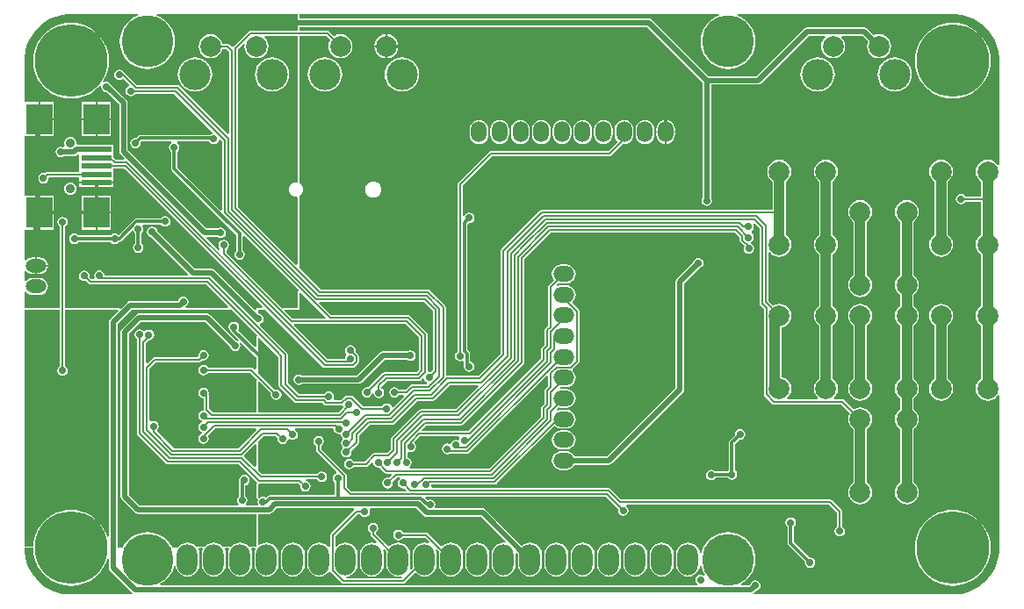
<source format=gtl>
G04 Layer_Physical_Order=1*
G04 Layer_Color=4803071*
%FSLAX44Y44*%
%MOMM*%
G71*
G01*
G75*
%ADD10R,2.5000X3.0000*%
%ADD11R,3.0000X0.5000*%
%ADD12C,0.2000*%
%ADD13C,0.5000*%
%ADD14C,0.3000*%
%ADD15C,1.0000*%
%ADD16C,0.4000*%
%ADD17C,7.0000*%
%ADD18C,2.0000*%
%ADD19C,3.0000*%
%ADD20C,5.0000*%
%ADD21O,2.0000X3.0000*%
%ADD22O,2.0000X1.3000*%
%ADD23C,0.9000*%
%ADD24O,1.5000X2.0000*%
%ADD25O,2.0000X1.5000*%
%ADD26C,0.7000*%
G36*
X674209Y565000D02*
X674507Y563500D01*
X671332Y562185D01*
X667775Y560005D01*
X664604Y557296D01*
X661895Y554124D01*
X659715Y550568D01*
X658119Y546714D01*
X657145Y542658D01*
X656818Y538500D01*
X657145Y534342D01*
X658119Y530286D01*
X659715Y526432D01*
X661895Y522876D01*
X664604Y519704D01*
X667775Y516995D01*
X671332Y514815D01*
X675186Y513219D01*
X679242Y512245D01*
X683400Y511918D01*
X687558Y512245D01*
X691614Y513219D01*
X695468Y514815D01*
X699025Y516995D01*
X702196Y519704D01*
X704905Y522876D01*
X707085Y526432D01*
X708681Y530286D01*
X709655Y534342D01*
X709982Y538500D01*
X709655Y542658D01*
X708681Y546714D01*
X707085Y550568D01*
X704905Y554124D01*
X702196Y557296D01*
X699025Y560005D01*
X695468Y562185D01*
X692293Y563500D01*
X692591Y565000D01*
X900000Y565000D01*
X900000Y565000D01*
X900000Y565000D01*
X902949Y565000D01*
X908798Y564230D01*
X914496Y562703D01*
X919946Y560446D01*
X925054Y557496D01*
X929734Y553905D01*
X933905Y549734D01*
X937496Y545054D01*
X940446Y539946D01*
X942703Y534496D01*
X944230Y528798D01*
X945000Y522949D01*
X945000Y520000D01*
Y419658D01*
X943500Y419185D01*
X941952Y421202D01*
X939550Y423045D01*
X936752Y424204D01*
X933750Y424599D01*
X930748Y424204D01*
X927950Y423045D01*
X925548Y421202D01*
X923705Y418800D01*
X922546Y416002D01*
X922151Y413000D01*
X922546Y409998D01*
X923705Y407200D01*
X925548Y404798D01*
X927194Y403535D01*
Y389049D01*
X912310D01*
X911605Y390105D01*
X909951Y391210D01*
X908000Y391598D01*
X906049Y391210D01*
X904395Y390105D01*
X903290Y388451D01*
X902902Y386500D01*
X903290Y384549D01*
X904395Y382895D01*
X906049Y381790D01*
X908000Y381402D01*
X909951Y381790D01*
X911605Y382895D01*
X912310Y383951D01*
X927194D01*
Y351965D01*
X925548Y350702D01*
X923705Y348300D01*
X922546Y345502D01*
X922151Y342500D01*
X922546Y339498D01*
X923705Y336700D01*
X925548Y334298D01*
X927194Y333035D01*
Y283465D01*
X925548Y282202D01*
X923705Y279800D01*
X922546Y277002D01*
X922151Y274000D01*
X922546Y270998D01*
X923705Y268200D01*
X925548Y265798D01*
X927194Y264535D01*
Y212965D01*
X925548Y211702D01*
X923705Y209300D01*
X922546Y206502D01*
X922151Y203500D01*
X922546Y200498D01*
X923705Y197700D01*
X925548Y195298D01*
X927950Y193455D01*
X930748Y192296D01*
X933750Y191901D01*
X936752Y192296D01*
X939550Y193455D01*
X941952Y195298D01*
X943500Y197316D01*
X945000Y196842D01*
X945000Y50000D01*
X945000Y50000D01*
X945000Y47050D01*
X944230Y41202D01*
X942703Y35504D01*
X940446Y30054D01*
X937496Y24946D01*
X933905Y20266D01*
X929734Y16095D01*
X925054Y12504D01*
X919946Y9554D01*
X914496Y7297D01*
X908798Y5770D01*
X902950Y5000D01*
X900000D01*
X708575D01*
X708120Y6500D01*
X708668Y6866D01*
X710621Y8819D01*
X711736Y9041D01*
X713389Y10146D01*
X714494Y11800D01*
X714883Y13751D01*
X714494Y15702D01*
X713389Y17356D01*
X711736Y18461D01*
X709785Y18849D01*
X707834Y18461D01*
X706180Y17356D01*
X705075Y15702D01*
X704853Y14587D01*
X704095Y13828D01*
X696320D01*
X695897Y15328D01*
X699025Y17245D01*
X702196Y19954D01*
X704905Y23126D01*
X707085Y26682D01*
X708681Y30536D01*
X709655Y34592D01*
X709982Y38750D01*
X709655Y42908D01*
X708681Y46964D01*
X707085Y50818D01*
X704905Y54374D01*
X702196Y57546D01*
X699025Y60255D01*
X695468Y62435D01*
X691614Y64031D01*
X687558Y65005D01*
X683400Y65332D01*
X679242Y65005D01*
X675186Y64031D01*
X671332Y62435D01*
X667775Y60255D01*
X664604Y57546D01*
X661895Y54374D01*
X659715Y50818D01*
X658119Y46964D01*
X657704Y45234D01*
X656180Y45314D01*
X656004Y46652D01*
X654845Y49450D01*
X653002Y51852D01*
X650600Y53695D01*
X647802Y54854D01*
X644800Y55249D01*
X641798Y54854D01*
X639000Y53695D01*
X636598Y51852D01*
X634755Y49450D01*
X633596Y46652D01*
X633201Y43650D01*
Y33650D01*
X633596Y30648D01*
X634755Y27850D01*
X636598Y25448D01*
X639000Y23605D01*
X641798Y22446D01*
X644800Y22051D01*
X647802Y22446D01*
X650600Y23605D01*
X653002Y25448D01*
X654845Y27850D01*
X656004Y30648D01*
X656197Y32115D01*
X657721Y32195D01*
X658119Y30536D01*
X659715Y26682D01*
X661198Y24262D01*
X660091Y23198D01*
X658951Y23960D01*
X657000Y24348D01*
X655049Y23960D01*
X653395Y22855D01*
X652290Y21201D01*
X651902Y19250D01*
X652290Y17299D01*
X653395Y15645D01*
X653869Y15328D01*
X653414Y13828D01*
X136420D01*
X135997Y15328D01*
X139124Y17245D01*
X142296Y19954D01*
X145005Y23126D01*
X147185Y26682D01*
X148781Y30536D01*
X149244Y32464D01*
X150767Y32384D01*
X150996Y30648D01*
X152155Y27850D01*
X153998Y25448D01*
X156400Y23605D01*
X159198Y22446D01*
X162200Y22051D01*
X165202Y22446D01*
X168000Y23605D01*
X170402Y25448D01*
X172245Y27850D01*
X173404Y30648D01*
X173799Y33650D01*
Y43650D01*
X173404Y46652D01*
X172639Y48500D01*
X173641Y50000D01*
X176159Y50000D01*
X177161Y48500D01*
X176396Y46652D01*
X176001Y43650D01*
Y33650D01*
X176396Y30648D01*
X177555Y27850D01*
X179398Y25448D01*
X181800Y23605D01*
X184598Y22446D01*
X187600Y22051D01*
X190602Y22446D01*
X193400Y23605D01*
X195802Y25448D01*
X197645Y27850D01*
X198804Y30648D01*
X199199Y33650D01*
Y43650D01*
X198804Y46652D01*
X198039Y48500D01*
X199041Y50000D01*
X201559D01*
X202561Y48500D01*
X201796Y46652D01*
X201401Y43650D01*
Y33650D01*
X201796Y30648D01*
X202955Y27850D01*
X204798Y25448D01*
X207200Y23605D01*
X209998Y22446D01*
X213000Y22051D01*
X216002Y22446D01*
X218800Y23605D01*
X221202Y25448D01*
X223045Y27850D01*
X224204Y30648D01*
X224599Y33650D01*
Y43650D01*
X224204Y46652D01*
X223439Y48500D01*
X224441Y50000D01*
X226959D01*
X227961Y48500D01*
X227196Y46652D01*
X226801Y43650D01*
Y33650D01*
X227196Y30648D01*
X228355Y27850D01*
X230198Y25448D01*
X232600Y23605D01*
X235398Y22446D01*
X238400Y22051D01*
X241402Y22446D01*
X244200Y23605D01*
X246602Y25448D01*
X248445Y27850D01*
X249604Y30648D01*
X249999Y33650D01*
Y43650D01*
X249604Y46652D01*
X248445Y49450D01*
X246602Y51852D01*
X244200Y53695D01*
X241402Y54854D01*
X238400Y55249D01*
X235398Y54854D01*
X232600Y53695D01*
X231500Y52851D01*
X230000Y53591D01*
Y82672D01*
X241000D01*
X241000Y82672D01*
X242561Y82982D01*
X243884Y83866D01*
X248189Y88172D01*
X322278D01*
X322817Y86672D01*
X300298Y64152D01*
X299745Y63326D01*
X299551Y62350D01*
Y51515D01*
X298051Y51006D01*
X297402Y51852D01*
X295000Y53695D01*
X292202Y54854D01*
X289200Y55249D01*
X286198Y54854D01*
X283400Y53695D01*
X280998Y51852D01*
X279155Y49450D01*
X277996Y46652D01*
X277601Y43650D01*
Y33650D01*
X277996Y30648D01*
X279155Y27850D01*
X280998Y25448D01*
X283400Y23605D01*
X286198Y22446D01*
X289200Y22051D01*
X292202Y22446D01*
X295000Y23605D01*
X297402Y25448D01*
X298464Y26833D01*
X300266Y26717D01*
X300298Y26670D01*
X310770Y16198D01*
X311597Y15645D01*
X312572Y15451D01*
X370150D01*
X371125Y15645D01*
X371952Y16198D01*
X381289Y25534D01*
X382598Y25448D01*
X385000Y23605D01*
X387798Y22446D01*
X390800Y22051D01*
X393802Y22446D01*
X396600Y23605D01*
X399002Y25448D01*
X400845Y27850D01*
X402004Y30648D01*
X402399Y33650D01*
Y43650D01*
X402004Y46652D01*
X401673Y47451D01*
X402945Y48300D01*
X404949Y46296D01*
X404601Y43650D01*
Y33650D01*
X404996Y30648D01*
X406155Y27850D01*
X407998Y25448D01*
X410400Y23605D01*
X413198Y22446D01*
X416200Y22051D01*
X419202Y22446D01*
X422000Y23605D01*
X424402Y25448D01*
X426245Y27850D01*
X427404Y30648D01*
X427799Y33650D01*
Y43650D01*
X427404Y46652D01*
X426245Y49450D01*
X424402Y51852D01*
X422000Y53695D01*
X419202Y54854D01*
X416200Y55249D01*
X413198Y54854D01*
X410400Y53695D01*
X407998Y51852D01*
X406689Y51766D01*
X394152Y64302D01*
X393326Y64855D01*
X392350Y65049D01*
X369810D01*
X369105Y66105D01*
X367451Y67210D01*
X365500Y67598D01*
X363549Y67210D01*
X361895Y66105D01*
X360790Y64451D01*
X360402Y62500D01*
X360790Y60549D01*
X361895Y58895D01*
X363549Y57790D01*
X365500Y57402D01*
X367451Y57790D01*
X369105Y58895D01*
X369810Y59951D01*
X391294D01*
X395450Y55795D01*
X394601Y54523D01*
X393802Y54854D01*
X390800Y55249D01*
X387798Y54854D01*
X385000Y53695D01*
X382598Y51852D01*
X380755Y49450D01*
X379596Y46652D01*
X379201Y43650D01*
Y33650D01*
X379549Y31004D01*
X377545Y29000D01*
X376273Y29849D01*
X376604Y30648D01*
X376999Y33650D01*
Y43650D01*
X376604Y46652D01*
X375445Y49450D01*
X373602Y51852D01*
X371200Y53695D01*
X368402Y54854D01*
X365400Y55249D01*
X362398Y54854D01*
X359600Y53695D01*
X357198Y51852D01*
X355889Y51766D01*
X344073Y63581D01*
X344183Y65197D01*
X344855Y65645D01*
X345960Y67299D01*
X346348Y69250D01*
X345960Y71201D01*
X344855Y72855D01*
X343201Y73960D01*
X341250Y74348D01*
X339299Y73960D01*
X337645Y72855D01*
X336540Y71201D01*
X336152Y69250D01*
X336540Y67299D01*
X337645Y65645D01*
X338701Y64940D01*
Y62800D01*
X338895Y61825D01*
X339448Y60998D01*
X344650Y55795D01*
X343801Y54523D01*
X343002Y54854D01*
X340000Y55249D01*
X336998Y54854D01*
X334200Y53695D01*
X331798Y51852D01*
X329955Y49450D01*
X328796Y46652D01*
X328401Y43650D01*
Y33650D01*
X328796Y30648D01*
X329955Y27850D01*
X331798Y25448D01*
X334200Y23605D01*
X336998Y22446D01*
X340000Y22051D01*
X343002Y22446D01*
X345800Y23605D01*
X348202Y25448D01*
X350045Y27850D01*
X351204Y30648D01*
X351599Y33650D01*
Y43650D01*
X351204Y46652D01*
X350873Y47451D01*
X352145Y48300D01*
X354149Y46296D01*
X353801Y43650D01*
Y33650D01*
X354196Y30648D01*
X355355Y27850D01*
X357198Y25448D01*
X359600Y23605D01*
X362398Y22446D01*
X365400Y22051D01*
X368402Y22446D01*
X368672Y22558D01*
X369603Y21320D01*
X368987Y20549D01*
X314962D01*
X314941Y20583D01*
X315704Y22196D01*
X317602Y22446D01*
X320400Y23605D01*
X322802Y25448D01*
X324645Y27850D01*
X325804Y30648D01*
X326199Y33650D01*
Y43650D01*
X325804Y46652D01*
X324645Y49450D01*
X322802Y51852D01*
X320400Y53695D01*
X317602Y54854D01*
X314600Y55249D01*
X311598Y54854D01*
X308800Y53695D01*
X306398Y51852D01*
X306069Y51424D01*
X304649Y51906D01*
Y61294D01*
X326056Y82701D01*
X328356D01*
X329395Y81145D01*
X331049Y80040D01*
X333000Y79652D01*
X334951Y80040D01*
X336605Y81145D01*
X337710Y82799D01*
X338098Y84750D01*
X337716Y86672D01*
X337662Y86943D01*
X338509Y88172D01*
X383204D01*
X390260Y81116D01*
X390260Y81116D01*
X391583Y80232D01*
X393143Y79922D01*
X445361D01*
X468751Y56532D01*
X468050Y55111D01*
X467000Y55249D01*
X463998Y54854D01*
X461200Y53695D01*
X458798Y51852D01*
X456955Y49450D01*
X455796Y46652D01*
X455401Y43650D01*
Y33650D01*
X455796Y30648D01*
X456955Y27850D01*
X458798Y25448D01*
X461200Y23605D01*
X463998Y22446D01*
X467000Y22051D01*
X470002Y22446D01*
X472800Y23605D01*
X475202Y25448D01*
X477045Y27850D01*
X478204Y30648D01*
X478599Y33650D01*
Y43650D01*
X478461Y44700D01*
X479882Y45401D01*
X480897Y44385D01*
X480801Y43650D01*
Y33650D01*
X481196Y30648D01*
X482355Y27850D01*
X484198Y25448D01*
X486600Y23605D01*
X489398Y22446D01*
X492400Y22051D01*
X495402Y22446D01*
X498200Y23605D01*
X500602Y25448D01*
X502445Y27850D01*
X503604Y30648D01*
X503999Y33650D01*
Y43650D01*
X503604Y46652D01*
X502445Y49450D01*
X500602Y51852D01*
X498200Y53695D01*
X495402Y54854D01*
X492400Y55249D01*
X489398Y54854D01*
X486600Y53695D01*
X484632Y52185D01*
X449934Y86884D01*
X448611Y87768D01*
X447050Y88078D01*
X447050Y88078D01*
X401759D01*
X400912Y89307D01*
X400966Y89578D01*
X401348Y91500D01*
X400960Y93451D01*
X399855Y95105D01*
X398201Y96210D01*
X396250Y96598D01*
X394299Y96210D01*
X393543Y95704D01*
X391432Y97815D01*
X392006Y99201D01*
X565444D01*
X577400Y87246D01*
X577152Y86000D01*
X577540Y84049D01*
X578645Y82395D01*
X580299Y81290D01*
X582250Y80902D01*
X584201Y81290D01*
X585855Y82395D01*
X586960Y84049D01*
X587348Y86000D01*
X586960Y87951D01*
X585855Y89605D01*
X585337Y89951D01*
X585792Y91451D01*
X780944D01*
X788451Y83944D01*
Y70310D01*
X787395Y69605D01*
X786290Y67951D01*
X785902Y66000D01*
X786290Y64049D01*
X787395Y62395D01*
X789049Y61290D01*
X791000Y60902D01*
X792951Y61290D01*
X794605Y62395D01*
X795710Y64049D01*
X796098Y66000D01*
X795710Y67951D01*
X794605Y69605D01*
X793549Y70310D01*
Y85000D01*
X793355Y85976D01*
X792802Y86802D01*
X783802Y95802D01*
X782975Y96355D01*
X782000Y96549D01*
X580256D01*
X569752Y107052D01*
X568925Y107605D01*
X567950Y107799D01*
X397799D01*
X397091Y109122D01*
X397210Y109299D01*
X397588Y111201D01*
X458500D01*
X459476Y111395D01*
X460302Y111948D01*
X516140Y167786D01*
X517961Y166388D01*
X520150Y165482D01*
X522500Y165172D01*
X527500D01*
X529850Y165482D01*
X532039Y166388D01*
X533919Y167831D01*
X535362Y169711D01*
X536268Y171901D01*
X536578Y174250D01*
X536268Y176600D01*
X535362Y178789D01*
X533919Y180669D01*
X532039Y182111D01*
X529850Y183018D01*
X527500Y183328D01*
X522500D01*
X520150Y183018D01*
X519030Y182554D01*
X518181Y183826D01*
X519928Y185574D01*
X520150Y185482D01*
X522500Y185172D01*
X527500D01*
X529850Y185482D01*
X532039Y186389D01*
X533919Y187831D01*
X535362Y189711D01*
X536268Y191901D01*
X536578Y194250D01*
X536268Y196600D01*
X535362Y198789D01*
X533919Y200669D01*
X532039Y202111D01*
X529850Y203018D01*
X527500Y203328D01*
X522500D01*
X522290Y203300D01*
X521508Y204710D01*
X521949Y205245D01*
X522500Y205172D01*
X527500D01*
X529850Y205482D01*
X532039Y206388D01*
X533919Y207831D01*
X535362Y209711D01*
X536268Y211901D01*
X536578Y214250D01*
X536268Y216600D01*
X535362Y218789D01*
X533919Y220669D01*
X533716Y220825D01*
X533587Y221596D01*
X533714Y222717D01*
X539302Y228305D01*
X539855Y229132D01*
X540049Y230108D01*
Y278392D01*
X539855Y279368D01*
X539302Y280194D01*
X533448Y286049D01*
X533546Y287545D01*
X533919Y287831D01*
X535362Y289711D01*
X536268Y291901D01*
X536578Y294250D01*
X536268Y296600D01*
X535362Y298789D01*
X533919Y300669D01*
X532039Y302111D01*
X529850Y303018D01*
X527500Y303328D01*
X522500D01*
X520150Y303018D01*
X519030Y302554D01*
X518181Y303826D01*
X519928Y305574D01*
X520150Y305482D01*
X522500Y305172D01*
X527500D01*
X529850Y305482D01*
X532039Y306388D01*
X533919Y307831D01*
X535362Y309711D01*
X536268Y311901D01*
X536578Y314250D01*
X536268Y316600D01*
X535362Y318789D01*
X533919Y320669D01*
X532039Y322111D01*
X529850Y323018D01*
X527500Y323328D01*
X522500D01*
X520150Y323018D01*
X517961Y322111D01*
X516081Y320669D01*
X514638Y318789D01*
X513732Y316600D01*
X513422Y314250D01*
X513732Y311901D01*
X514638Y309711D01*
X515602Y308456D01*
X510448Y303302D01*
X509895Y302475D01*
X509701Y301500D01*
Y264148D01*
X507198Y261644D01*
X506645Y260817D01*
X506451Y259842D01*
Y245847D01*
X503698Y243094D01*
X503145Y242267D01*
X502951Y241292D01*
Y232457D01*
X433044Y162549D01*
X388614D01*
X388040Y163935D01*
X392306Y168201D01*
X426300D01*
X427276Y168395D01*
X428103Y168948D01*
X486302Y227147D01*
X486855Y227974D01*
X487049Y228950D01*
Y328295D01*
X512606Y353851D01*
X690344D01*
X694701Y349495D01*
Y347015D01*
X694895Y346039D01*
X695448Y345212D01*
X699258Y341402D01*
X698790Y340701D01*
X698402Y338750D01*
X698790Y336799D01*
X699895Y335145D01*
X701549Y334040D01*
X703500Y333652D01*
X705451Y334040D01*
X707105Y335145D01*
X708210Y336799D01*
X708598Y338750D01*
X708210Y340701D01*
X707105Y342355D01*
X705578Y343375D01*
X705460Y343819D01*
X705488Y344982D01*
X706855Y345895D01*
X707960Y347549D01*
X708348Y349500D01*
X707960Y351451D01*
X706855Y353105D01*
X705873Y353761D01*
Y355489D01*
X706855Y356145D01*
X707960Y357799D01*
X708348Y359750D01*
X707960Y361701D01*
X707631Y362193D01*
X708796Y363149D01*
X713701Y358245D01*
Y285550D01*
X713895Y284575D01*
X714448Y283748D01*
X717701Y280494D01*
Y198322D01*
X717895Y197347D01*
X718448Y196520D01*
X725770Y189198D01*
X726597Y188645D01*
X727572Y188451D01*
X792694D01*
X800983Y180162D01*
X800705Y179800D01*
X799546Y177002D01*
X799151Y174000D01*
X799546Y170998D01*
X800705Y168200D01*
X802548Y165798D01*
X804194Y164535D01*
Y112965D01*
X802548Y111702D01*
X800705Y109300D01*
X799546Y106502D01*
X799151Y103500D01*
X799546Y100498D01*
X800705Y97700D01*
X802548Y95298D01*
X804950Y93455D01*
X807748Y92296D01*
X810750Y91901D01*
X813752Y92296D01*
X816550Y93455D01*
X818952Y95298D01*
X820795Y97700D01*
X821954Y100498D01*
X822349Y103500D01*
X821954Y106502D01*
X820795Y109300D01*
X818952Y111702D01*
X817306Y112965D01*
Y164535D01*
X818952Y165798D01*
X820795Y168200D01*
X821954Y170998D01*
X822349Y174000D01*
X821954Y177002D01*
X820795Y179800D01*
X818952Y182202D01*
X816550Y184045D01*
X813752Y185204D01*
X810750Y185599D01*
X807748Y185204D01*
X804950Y184045D01*
X804588Y183767D01*
X795552Y192802D01*
X794725Y193355D01*
X793750Y193549D01*
X786006D01*
X785524Y194969D01*
X785952Y195298D01*
X787795Y197700D01*
X788954Y200498D01*
X789349Y203500D01*
X788954Y206502D01*
X787795Y209300D01*
X785952Y211702D01*
X784306Y212965D01*
Y264535D01*
X785952Y265798D01*
X787795Y268200D01*
X788954Y270998D01*
X789349Y274000D01*
X788954Y277002D01*
X787795Y279800D01*
X785952Y282202D01*
X784306Y283465D01*
Y333035D01*
X785952Y334298D01*
X787795Y336700D01*
X788954Y339498D01*
X789349Y342500D01*
X788954Y345502D01*
X787795Y348300D01*
X785952Y350702D01*
X784306Y351965D01*
Y403535D01*
X785952Y404798D01*
X787795Y407200D01*
X788954Y409998D01*
X789349Y413000D01*
X788954Y416002D01*
X787795Y418800D01*
X785952Y421202D01*
X783550Y423045D01*
X780752Y424204D01*
X777750Y424599D01*
X774748Y424204D01*
X771950Y423045D01*
X769548Y421202D01*
X767705Y418800D01*
X766546Y416002D01*
X766151Y413000D01*
X766546Y409998D01*
X767705Y407200D01*
X769548Y404798D01*
X771194Y403535D01*
Y351965D01*
X769548Y350702D01*
X767705Y348300D01*
X766546Y345502D01*
X766151Y342500D01*
X766546Y339498D01*
X767705Y336700D01*
X769548Y334298D01*
X771194Y333035D01*
Y283465D01*
X769548Y282202D01*
X767705Y279800D01*
X766546Y277002D01*
X766151Y274000D01*
X766546Y270998D01*
X767705Y268200D01*
X769548Y265798D01*
X771194Y264535D01*
Y212965D01*
X769548Y211702D01*
X767705Y209300D01*
X766546Y206502D01*
X766151Y203500D01*
X766546Y200498D01*
X767705Y197700D01*
X769548Y195298D01*
X769977Y194969D01*
X769494Y193549D01*
X741006D01*
X740524Y194969D01*
X740952Y195298D01*
X742795Y197700D01*
X743954Y200498D01*
X744349Y203500D01*
X743954Y206502D01*
X742795Y209300D01*
X740952Y211702D01*
X738550Y213545D01*
X735752Y214704D01*
X734806Y214829D01*
Y262672D01*
X735752Y262796D01*
X738550Y263955D01*
X740952Y265798D01*
X742795Y268200D01*
X743954Y270998D01*
X744349Y274000D01*
X743954Y277002D01*
X742795Y279800D01*
X740952Y282202D01*
X738550Y284045D01*
X735752Y285204D01*
X732750Y285599D01*
X729748Y285204D01*
X726950Y284045D01*
X726588Y283767D01*
X722299Y288056D01*
Y334765D01*
X723799Y335274D01*
X724548Y334298D01*
X726950Y332455D01*
X729748Y331296D01*
X732750Y330901D01*
X735752Y331296D01*
X738550Y332455D01*
X740952Y334298D01*
X742795Y336700D01*
X743954Y339498D01*
X744349Y342500D01*
X743954Y345502D01*
X742795Y348300D01*
X740952Y350702D01*
X739306Y351965D01*
Y375250D01*
Y403535D01*
X740952Y404798D01*
X742795Y407200D01*
X743954Y409998D01*
X744349Y413000D01*
X743954Y416002D01*
X742795Y418800D01*
X740952Y421202D01*
X738550Y423045D01*
X735752Y424204D01*
X732750Y424599D01*
X729748Y424204D01*
X726950Y423045D01*
X724548Y421202D01*
X722705Y418800D01*
X721546Y416002D01*
X721151Y413000D01*
X721546Y409998D01*
X722705Y407200D01*
X724548Y404798D01*
X726194Y403535D01*
Y376549D01*
X504250D01*
X503274Y376355D01*
X502448Y375802D01*
X465198Y338552D01*
X464645Y337725D01*
X464451Y336750D01*
Y237306D01*
X442944Y215799D01*
X412635D01*
X411299Y217031D01*
Y282400D01*
X411105Y283375D01*
X410552Y284202D01*
X396002Y298752D01*
X395175Y299305D01*
X394200Y299499D01*
X290455D01*
X270000Y319954D01*
Y389458D01*
X270428Y389636D01*
X271890Y390758D01*
X273012Y392220D01*
X273717Y393923D01*
X273958Y395750D01*
X273717Y397577D01*
X273012Y399280D01*
X271890Y400742D01*
X270428Y401865D01*
X270000Y402042D01*
Y543951D01*
X296194D01*
X299983Y540162D01*
X299705Y539800D01*
X298546Y537002D01*
X298151Y534000D01*
X298546Y530998D01*
X299705Y528200D01*
X301548Y525798D01*
X303950Y523955D01*
X306748Y522796D01*
X309750Y522401D01*
X312752Y522796D01*
X315550Y523955D01*
X317952Y525798D01*
X319795Y528200D01*
X320954Y530998D01*
X321349Y534000D01*
X320954Y537002D01*
X319795Y539800D01*
X317952Y542202D01*
X315550Y544045D01*
X312752Y545204D01*
X309750Y545599D01*
X306748Y545204D01*
X303950Y544045D01*
X303588Y543767D01*
X299052Y548302D01*
X298225Y548855D01*
X297250Y549049D01*
X270000D01*
Y552672D01*
X605461D01*
X658922Y499211D01*
Y387896D01*
X658290Y386951D01*
X657902Y385000D01*
X658290Y383049D01*
X659395Y381395D01*
X661049Y380290D01*
X663000Y379902D01*
X664951Y380290D01*
X666605Y381395D01*
X667710Y383049D01*
X668098Y385000D01*
X667710Y386951D01*
X667078Y387896D01*
Y496922D01*
X712250D01*
X712250Y496922D01*
X713811Y497232D01*
X715134Y498116D01*
X760939Y543922D01*
X776456D01*
X776938Y542501D01*
X776548Y542202D01*
X774705Y539800D01*
X773546Y537002D01*
X773151Y534000D01*
X773546Y530998D01*
X774705Y528200D01*
X776548Y525798D01*
X778950Y523955D01*
X781748Y522796D01*
X784750Y522401D01*
X787752Y522796D01*
X790550Y523955D01*
X792952Y525798D01*
X794795Y528200D01*
X795954Y530998D01*
X796349Y534000D01*
X795954Y537002D01*
X794795Y539800D01*
X792952Y542202D01*
X792562Y542501D01*
X793044Y543922D01*
X813311D01*
X818509Y538723D01*
X817796Y537002D01*
X817401Y534000D01*
X817796Y530998D01*
X818955Y528200D01*
X820798Y525798D01*
X823200Y523955D01*
X825998Y522796D01*
X829000Y522401D01*
X832002Y522796D01*
X834800Y523955D01*
X837202Y525798D01*
X839045Y528200D01*
X840204Y530998D01*
X840599Y534000D01*
X840204Y537002D01*
X839045Y539800D01*
X837202Y542202D01*
X834800Y544045D01*
X832002Y545204D01*
X829000Y545599D01*
X825998Y545204D01*
X824277Y544491D01*
X817884Y550884D01*
X816561Y551768D01*
X815000Y552078D01*
X815000Y552078D01*
X759250D01*
X757689Y551768D01*
X756366Y550884D01*
X756366Y550884D01*
X710561Y505078D01*
X664589D01*
X610034Y559634D01*
X608711Y560518D01*
X607150Y560828D01*
X607150Y560828D01*
X270000D01*
Y565000D01*
X674209Y565000D01*
D02*
G37*
G36*
X268471Y403741D02*
X267343Y402752D01*
X266897Y402810D01*
X265070Y402570D01*
X263367Y401865D01*
X261905Y400742D01*
X260783Y399280D01*
X260078Y397577D01*
X259837Y395750D01*
X260078Y393923D01*
X260783Y392220D01*
X261905Y390758D01*
X263367Y389636D01*
X265070Y388930D01*
X266897Y388690D01*
X267343Y388748D01*
X268471Y387759D01*
Y323443D01*
X267085Y322869D01*
X211049Y378905D01*
Y531194D01*
X215908Y536053D01*
X217329Y535353D01*
X217151Y534000D01*
X217546Y530998D01*
X218705Y528200D01*
X220548Y525798D01*
X222950Y523955D01*
X225748Y522796D01*
X228750Y522401D01*
X231752Y522796D01*
X234550Y523955D01*
X236952Y525798D01*
X238795Y528200D01*
X239954Y530998D01*
X240349Y534000D01*
X239954Y537002D01*
X238795Y539800D01*
X236952Y542202D01*
X236523Y542531D01*
X237006Y543951D01*
X268471D01*
Y403741D01*
D02*
G37*
G36*
Y560828D02*
X268587Y560243D01*
X268919Y559747D01*
X269415Y559415D01*
X270000Y559299D01*
Y554201D01*
X269415Y554085D01*
X268919Y553753D01*
X268587Y553257D01*
X268471Y552672D01*
Y549049D01*
X222750D01*
X221775Y548855D01*
X220948Y548302D01*
X206698Y534052D01*
X206488Y533738D01*
X204978Y533398D01*
X204659Y533445D01*
X202302Y535802D01*
X201476Y536355D01*
X200500Y536549D01*
X195764D01*
X195704Y537002D01*
X194545Y539800D01*
X192702Y542202D01*
X190300Y544045D01*
X187502Y545204D01*
X184500Y545599D01*
X181498Y545204D01*
X178700Y544045D01*
X176298Y542202D01*
X174455Y539800D01*
X173296Y537002D01*
X172901Y534000D01*
X173296Y530998D01*
X174455Y528200D01*
X176298Y525798D01*
X178700Y523955D01*
X181498Y522796D01*
X184500Y522401D01*
X187502Y522796D01*
X190300Y523955D01*
X192702Y525798D01*
X194545Y528200D01*
X195704Y530998D01*
X195764Y531451D01*
X199444D01*
X202451Y528444D01*
Y449614D01*
X201065Y449039D01*
X154052Y496052D01*
X153225Y496605D01*
X152250Y496799D01*
X113541D01*
X102038Y508302D01*
X101211Y508855D01*
X100898Y508917D01*
X100105Y510105D01*
X98451Y511210D01*
X96500Y511598D01*
X94549Y511210D01*
X92895Y510105D01*
X91790Y508451D01*
X91402Y506500D01*
X91790Y504549D01*
X92895Y502895D01*
X94549Y501790D01*
X96500Y501402D01*
X98451Y501790D01*
X100105Y502895D01*
X100224Y502907D01*
X106194Y496937D01*
X105758Y495502D01*
X105549Y495460D01*
X103895Y494355D01*
X102790Y492701D01*
X102402Y490750D01*
X102790Y488799D01*
X103895Y487145D01*
X105549Y486040D01*
X107500Y485652D01*
X109451Y486040D01*
X111105Y487145D01*
X111810Y488201D01*
X149444D01*
X186664Y450981D01*
X186171Y449353D01*
X185558Y449232D01*
X184177Y448309D01*
X116750D01*
X115580Y448076D01*
X114587Y447413D01*
X114587Y447413D01*
X112644Y445470D01*
X112000Y445598D01*
X110049Y445210D01*
X108395Y444105D01*
X107290Y442451D01*
X106902Y440500D01*
X107290Y438549D01*
X108395Y436895D01*
X110049Y435790D01*
X112000Y435402D01*
X113951Y435790D01*
X115605Y436895D01*
X116710Y438549D01*
X117098Y440500D01*
X116970Y441144D01*
X118017Y442191D01*
X146318D01*
X146773Y440691D01*
X145895Y440105D01*
X144790Y438451D01*
X144402Y436500D01*
X144790Y434549D01*
X145895Y432895D01*
X146441Y432530D01*
Y416000D01*
X146441Y416000D01*
X146674Y414829D01*
X147337Y413837D01*
X209452Y351723D01*
Y336986D01*
X208906Y336621D01*
X207801Y334967D01*
X207412Y333016D01*
X207801Y331065D01*
X208906Y329412D01*
X210560Y328306D01*
X212510Y327918D01*
X214461Y328306D01*
X216115Y329412D01*
X217220Y331065D01*
X217608Y333016D01*
X217220Y334967D01*
X216115Y336621D01*
X215569Y336986D01*
Y350366D01*
X216955Y350940D01*
X269067Y298828D01*
X269146Y298492D01*
X268918Y297017D01*
X268587Y296521D01*
X268471Y295935D01*
Y281529D01*
X256214D01*
X255629Y281413D01*
X255133Y281082D01*
X253657Y280854D01*
X253321Y280933D01*
X199549Y334705D01*
Y337690D01*
X200605Y338395D01*
X201710Y340049D01*
X202098Y342000D01*
X201710Y343951D01*
X200605Y345605D01*
X198951Y346710D01*
X197000Y347098D01*
X195049Y346710D01*
X193395Y345605D01*
X192290Y343951D01*
X191902Y342000D01*
X192290Y340049D01*
X193395Y338395D01*
X193761Y338151D01*
X193717Y337709D01*
X192155Y337150D01*
X180769Y348536D01*
X181343Y349922D01*
X191104D01*
X192049Y349290D01*
X194000Y348902D01*
X195951Y349290D01*
X197605Y350395D01*
X198710Y352049D01*
X199098Y354000D01*
X198710Y355951D01*
X197605Y357605D01*
X195951Y358710D01*
X194000Y359098D01*
X192049Y358710D01*
X191104Y358078D01*
X180689D01*
X104578Y434189D01*
Y479250D01*
X104578Y479250D01*
X104268Y480811D01*
X103384Y482134D01*
X88495Y497023D01*
X87605Y498355D01*
X85951Y499460D01*
X84000Y499848D01*
X82049Y499460D01*
X81920Y499374D01*
X80839Y500455D01*
X81678Y501711D01*
X83794Y506002D01*
X85332Y510533D01*
X86265Y515226D01*
X86578Y520000D01*
X86265Y524774D01*
X85332Y529467D01*
X83794Y533998D01*
X81678Y538289D01*
X79019Y542267D01*
X75865Y545865D01*
X72267Y549020D01*
X68289Y551678D01*
X63998Y553794D01*
X59467Y555332D01*
X54774Y556265D01*
X50000Y556578D01*
X45226Y556265D01*
X40533Y555332D01*
X36002Y553794D01*
X31711Y551678D01*
X27733Y549020D01*
X24135Y545865D01*
X20981Y542267D01*
X18322Y538289D01*
X16206Y533998D01*
X14668Y529467D01*
X13735Y524774D01*
X13422Y520000D01*
X13735Y515226D01*
X14668Y510533D01*
X16206Y506002D01*
X18322Y501711D01*
X20981Y497733D01*
X24135Y494135D01*
X27733Y490980D01*
X31711Y488322D01*
X36002Y486206D01*
X40533Y484668D01*
X45226Y483735D01*
X50000Y483422D01*
X54774Y483735D01*
X59467Y484668D01*
X63998Y486206D01*
X68289Y488322D01*
X72267Y490980D01*
X75865Y494135D01*
X77657Y496179D01*
X79050Y495492D01*
X78902Y494750D01*
X79290Y492799D01*
X80395Y491145D01*
X82049Y490040D01*
X84000Y489652D01*
X84276Y489707D01*
X96422Y477561D01*
Y432500D01*
X96422Y432500D01*
X96732Y430939D01*
X97616Y429616D01*
X101298Y425935D01*
X100724Y424549D01*
X93056D01*
X90897Y426707D01*
Y430500D01*
X90897D01*
X90897Y432000D01*
Y438500D01*
X74791D01*
X74397Y438578D01*
X56638D01*
X55392Y440067D01*
X55449Y440500D01*
X55243Y442066D01*
X54638Y443526D01*
X53677Y444779D01*
X52423Y445741D01*
X50964Y446345D01*
X49397Y446552D01*
X47831Y446345D01*
X46371Y445741D01*
X45118Y444779D01*
X44156Y443526D01*
X43552Y442066D01*
X43346Y440500D01*
X43552Y438934D01*
X43731Y438500D01*
X42837Y436833D01*
X42019Y436664D01*
X41951Y436710D01*
X40000Y437098D01*
X38049Y436710D01*
X36395Y435605D01*
X35290Y433951D01*
X34902Y432000D01*
X35290Y430049D01*
X36395Y428395D01*
X38049Y427290D01*
X40000Y426902D01*
X41951Y427290D01*
X42896Y427922D01*
X45876D01*
X45876Y427922D01*
X52918D01*
X52918Y427922D01*
X54479Y428232D01*
X55802Y429116D01*
X56397Y429711D01*
X57897Y429090D01*
Y422500D01*
X57897Y414500D01*
X57779Y413049D01*
X27000D01*
X26024Y412855D01*
X25198Y412302D01*
X24495Y411600D01*
X23250Y411848D01*
X21299Y411460D01*
X19645Y410355D01*
X18540Y408701D01*
X18152Y406750D01*
X18540Y404799D01*
X19645Y403145D01*
X21299Y402040D01*
X23250Y401652D01*
X25201Y402040D01*
X26855Y403145D01*
X27960Y404799D01*
X28348Y406750D01*
X28340Y406791D01*
X29291Y407951D01*
X57897D01*
Y403250D01*
X74397D01*
X90897D01*
Y406500D01*
X90897Y414500D01*
X91016Y415951D01*
X101194D01*
X234230Y282915D01*
X233656Y281529D01*
X230000D01*
X229415Y281413D01*
X228919Y281081D01*
X228587Y280585D01*
X228471Y280000D01*
X226768D01*
X188634Y318134D01*
X187311Y319018D01*
X185750Y319328D01*
X185750Y319328D01*
X169439D01*
X133182Y355586D01*
X132960Y356701D01*
X131855Y358355D01*
X130201Y359460D01*
X128250Y359848D01*
X126299Y359460D01*
X124645Y358355D01*
X123540Y356701D01*
X123152Y354750D01*
X123540Y352799D01*
X124645Y351145D01*
X126299Y350040D01*
X127414Y349818D01*
X163048Y314185D01*
X162474Y312799D01*
X82338D01*
X81960Y314701D01*
X80855Y316355D01*
X79201Y317460D01*
X77250Y317848D01*
X75299Y317460D01*
X73645Y316355D01*
X72540Y314701D01*
X72152Y312750D01*
X72540Y310799D01*
X72659Y310622D01*
X71951Y309299D01*
X69556D01*
X67600Y311255D01*
X67848Y312500D01*
X67460Y314451D01*
X66355Y316105D01*
X64701Y317210D01*
X62750Y317598D01*
X60799Y317210D01*
X59145Y316105D01*
X58040Y314451D01*
X57652Y312500D01*
X58040Y310549D01*
X59145Y308895D01*
X60799Y307790D01*
X62750Y307402D01*
X63995Y307650D01*
X66698Y304948D01*
X67525Y304395D01*
X68500Y304201D01*
X180194D01*
X201480Y282915D01*
X200906Y281529D01*
X160966D01*
X160559Y283029D01*
X161855Y283895D01*
X162960Y285549D01*
X163348Y287500D01*
X162960Y289451D01*
X161855Y291105D01*
X160201Y292210D01*
X158250Y292598D01*
X156299Y292210D01*
X154645Y291105D01*
X153540Y289451D01*
X153318Y288336D01*
X153061Y288078D01*
X106750D01*
X106750Y288078D01*
X105189Y287768D01*
X103866Y286884D01*
X97915Y280933D01*
X97579Y280854D01*
X96104Y281082D01*
X95608Y281413D01*
X95022Y281529D01*
X44299D01*
Y359773D01*
X45605Y360645D01*
X46710Y362299D01*
X47098Y364250D01*
X46710Y366201D01*
X45605Y367855D01*
X43951Y368960D01*
X42000Y369348D01*
X40049Y368960D01*
X38395Y367855D01*
X37290Y366201D01*
X36902Y364250D01*
X37290Y362299D01*
X38395Y360645D01*
X39201Y360107D01*
Y281529D01*
X5000D01*
Y296744D01*
X6500Y297254D01*
X7044Y296544D01*
X8716Y295262D01*
X10662Y294456D01*
X12750Y294181D01*
X19750D01*
X21838Y294456D01*
X23784Y295262D01*
X25456Y296544D01*
X26738Y298216D01*
X27544Y300162D01*
X27819Y302250D01*
X27544Y304338D01*
X26738Y306285D01*
X25456Y307956D01*
X23784Y309238D01*
X21838Y310044D01*
X19750Y310319D01*
X12750D01*
X10662Y310044D01*
X8716Y309238D01*
X7044Y307956D01*
X6500Y307246D01*
X5000Y307755D01*
Y316745D01*
X6500Y317254D01*
X7044Y316544D01*
X8716Y315262D01*
X10662Y314456D01*
X12750Y314181D01*
X15500D01*
Y322250D01*
Y330319D01*
X12750D01*
X10662Y330044D01*
X8716Y329238D01*
X7044Y327956D01*
X6500Y327246D01*
X5000Y327756D01*
Y355664D01*
X5397Y357000D01*
X6500Y357000D01*
X18647D01*
Y373500D01*
Y390000D01*
X6500D01*
X5397Y390000D01*
X5000Y391335D01*
Y445665D01*
X5397Y447000D01*
X6500Y447000D01*
X18647D01*
Y463500D01*
Y480000D01*
X6500D01*
X5397Y480000D01*
X5000Y481335D01*
Y520000D01*
Y522949D01*
X5770Y528798D01*
X7297Y534496D01*
X9554Y539946D01*
X12504Y545054D01*
X16095Y549734D01*
X20266Y553905D01*
X24946Y557496D01*
X30054Y560446D01*
X35504Y562703D01*
X41202Y564230D01*
X47050Y565000D01*
X50000D01*
X50000Y565000D01*
X114309D01*
X114607Y563500D01*
X111432Y562185D01*
X107875Y560005D01*
X104704Y557296D01*
X101995Y554124D01*
X99815Y550568D01*
X98219Y546714D01*
X97245Y542658D01*
X96918Y538500D01*
X97245Y534342D01*
X98219Y530286D01*
X99815Y526432D01*
X101995Y522876D01*
X104704Y519704D01*
X107875Y516995D01*
X111432Y514815D01*
X115286Y513219D01*
X119342Y512245D01*
X123500Y511918D01*
X127658Y512245D01*
X131714Y513219D01*
X135568Y514815D01*
X139124Y516995D01*
X142296Y519704D01*
X145005Y522876D01*
X147185Y526432D01*
X148781Y530286D01*
X149755Y534342D01*
X150082Y538500D01*
X149755Y542658D01*
X148781Y546714D01*
X147185Y550568D01*
X145005Y554124D01*
X142296Y557296D01*
X139124Y560005D01*
X135568Y562185D01*
X132393Y563500D01*
X132691Y565000D01*
X268471D01*
Y560828D01*
D02*
G37*
G36*
X195451Y442194D02*
Y376335D01*
X194065Y375760D01*
X152559Y417267D01*
Y432530D01*
X153105Y432895D01*
X154210Y434549D01*
X154598Y436500D01*
X154210Y438451D01*
X153105Y440105D01*
X152227Y440691D01*
X152682Y442191D01*
X183053D01*
X183904Y440917D01*
X185558Y439812D01*
X187509Y439424D01*
X189460Y439812D01*
X191114Y440917D01*
X192219Y442571D01*
X192341Y443183D01*
X193968Y443677D01*
X195451Y442194D01*
D02*
G37*
G36*
X213198Y271198D02*
X229067Y255328D01*
X229146Y254992D01*
X228918Y253517D01*
X228587Y253021D01*
X228471Y252435D01*
Y244315D01*
X227085Y243741D01*
X210935Y259890D01*
X211710Y261049D01*
X212098Y263000D01*
X211710Y264951D01*
X210605Y266605D01*
X208951Y267710D01*
X207000Y268098D01*
X205049Y267710D01*
X203395Y266605D01*
X202290Y264951D01*
X201902Y263000D01*
X202290Y261049D01*
X203395Y259395D01*
X204049Y258958D01*
X204174Y258330D01*
X204837Y257337D01*
X211585Y250589D01*
X210629Y249424D01*
X210201Y249710D01*
X209086Y249932D01*
X184134Y274884D01*
X182811Y275768D01*
X181250Y276078D01*
X181250Y276078D01*
X115250D01*
X115250Y276078D01*
X113689Y275768D01*
X112366Y274884D01*
X112366Y274884D01*
X98866Y261384D01*
X97982Y260061D01*
X97672Y258500D01*
X97672Y258500D01*
Y99500D01*
X97672Y99500D01*
X97982Y97939D01*
X98866Y96616D01*
X111616Y83866D01*
X111616Y83866D01*
X112939Y82982D01*
X114500Y82672D01*
X228471D01*
Y53591D01*
X228519Y53346D01*
X228552Y53099D01*
X228577Y53055D01*
X228587Y53005D01*
X228725Y52798D01*
X228850Y52582D01*
X228436Y52004D01*
X227544Y51413D01*
X227397Y51442D01*
X227257Y51500D01*
X227107D01*
X226959Y51529D01*
X224441D01*
X224293Y51500D01*
X224142D01*
X224003Y51442D01*
X223856Y51413D01*
X223730Y51329D01*
X223591Y51272D01*
X223561Y51241D01*
X223299Y51077D01*
X222550Y51028D01*
X221775Y51105D01*
X221202Y51852D01*
X218800Y53695D01*
X216002Y54854D01*
X213000Y55249D01*
X209998Y54854D01*
X207200Y53695D01*
X204798Y51852D01*
X204225Y51105D01*
X203451Y51028D01*
X202700Y51077D01*
X202439Y51241D01*
X202409Y51272D01*
X202270Y51329D01*
X202144Y51413D01*
X201997Y51442D01*
X201857Y51500D01*
X201707D01*
X201559Y51529D01*
X199041D01*
X198893Y51500D01*
X198743D01*
X198603Y51442D01*
X198456Y51413D01*
X198330Y51329D01*
X198191Y51272D01*
X198161Y51241D01*
X197900Y51077D01*
X197149Y51028D01*
X196375Y51105D01*
X195802Y51852D01*
X193400Y53695D01*
X190602Y54854D01*
X187600Y55249D01*
X184598Y54854D01*
X181800Y53695D01*
X179398Y51852D01*
X178825Y51105D01*
X178051Y51028D01*
X177300Y51077D01*
X177039Y51241D01*
X177009Y51272D01*
X176870Y51329D01*
X176744Y51413D01*
X176597Y51442D01*
X176458Y51500D01*
X176307D01*
X176159Y51529D01*
X173641Y51529D01*
X173493Y51500D01*
X173343D01*
X173203Y51442D01*
X173056Y51413D01*
X172930Y51329D01*
X172791Y51272D01*
X172761Y51241D01*
X172500Y51077D01*
X171749Y51028D01*
X170975Y51105D01*
X170402Y51852D01*
X168000Y53695D01*
X165202Y54854D01*
X162200Y55249D01*
X159198Y54854D01*
X156400Y53695D01*
X153998Y51852D01*
X152577Y50000D01*
X147523D01*
X147185Y50818D01*
X145005Y54374D01*
X142296Y57546D01*
X139124Y60255D01*
X135568Y62435D01*
X131714Y64031D01*
X127658Y65005D01*
X123500Y65332D01*
X119342Y65005D01*
X115286Y64031D01*
X111432Y62435D01*
X107875Y60255D01*
X104704Y57546D01*
X101995Y54374D01*
X99815Y50818D01*
X99476Y50000D01*
X94578D01*
Y266061D01*
X108439Y279922D01*
X154750D01*
X154750Y279922D01*
X155144Y280000D01*
X204395D01*
X213198Y271198D01*
D02*
G37*
G36*
X295511Y272384D02*
X294937Y270999D01*
X263256D01*
X255640Y278614D01*
X256214Y280000D01*
X270000D01*
Y295935D01*
X271386Y296509D01*
X295511Y272384D01*
D02*
G37*
G36*
X203318Y244164D02*
X203540Y243049D01*
X204645Y241395D01*
X206299Y240290D01*
X208250Y239902D01*
X210201Y240290D01*
X211855Y241395D01*
X212960Y243049D01*
X213348Y245000D01*
X212960Y246951D01*
X212674Y247379D01*
X213839Y248335D01*
X227837Y234337D01*
X227837Y234337D01*
X228471Y233914D01*
Y222616D01*
X227085Y222042D01*
X225824Y223302D01*
X224997Y223855D01*
X224022Y224049D01*
X182060D01*
X181355Y225105D01*
X179701Y226210D01*
X177750Y226598D01*
X175799Y226210D01*
X174145Y225105D01*
X173040Y223451D01*
X172652Y221500D01*
X173040Y219549D01*
X174145Y217895D01*
X175799Y216790D01*
X177750Y216402D01*
X179701Y216790D01*
X181355Y217895D01*
X182060Y218951D01*
X222966D01*
X229067Y212850D01*
X229146Y212514D01*
X228918Y211039D01*
X228587Y210542D01*
X228471Y209957D01*
Y180799D01*
X186556D01*
X182799Y184556D01*
Y197000D01*
X182605Y197975D01*
X182558Y198045D01*
X182848Y199500D01*
X182460Y201451D01*
X181355Y203105D01*
X179701Y204210D01*
X177750Y204598D01*
X175799Y204210D01*
X174145Y203105D01*
X173040Y201451D01*
X172652Y199500D01*
X173040Y197549D01*
X174145Y195895D01*
X175799Y194790D01*
X177701Y194412D01*
Y183500D01*
X177722Y183393D01*
X177750Y182598D01*
X175799Y182210D01*
X174145Y181105D01*
X173040Y179451D01*
X172652Y177500D01*
X173040Y175549D01*
X174145Y173895D01*
X175799Y172790D01*
X175927Y172765D01*
Y171235D01*
X175799Y171210D01*
X174145Y170105D01*
X173040Y168451D01*
X172652Y166500D01*
X173040Y164549D01*
X174145Y162895D01*
X175799Y161790D01*
X175927Y161765D01*
Y160235D01*
X175799Y160210D01*
X174145Y159105D01*
X173040Y157451D01*
X172652Y155500D01*
X173040Y153549D01*
X174145Y151895D01*
X175799Y150790D01*
X177750Y150402D01*
X179701Y150790D01*
X181355Y151895D01*
X182460Y153549D01*
X182848Y155500D01*
X182460Y157451D01*
X181897Y158293D01*
X188806Y165201D01*
X228225D01*
X228846Y163701D01*
X211444Y146299D01*
X148905D01*
X132716Y162488D01*
X132855Y163895D01*
X133960Y165549D01*
X134348Y167500D01*
X133960Y169451D01*
X132855Y171105D01*
X131201Y172210D01*
X129250Y172598D01*
X127299Y172210D01*
X127122Y172091D01*
X125799Y172799D01*
Y223194D01*
X131806Y229201D01*
X173750D01*
X174725Y229395D01*
X175552Y229948D01*
X176504Y230900D01*
X177750Y230652D01*
X179701Y231040D01*
X181355Y232145D01*
X182460Y233799D01*
X182848Y235750D01*
X182460Y237701D01*
X181355Y239355D01*
X179701Y240460D01*
X177750Y240848D01*
X175799Y240460D01*
X174145Y239355D01*
X173040Y237701D01*
X172652Y235750D01*
X171411Y234299D01*
X130750D01*
X129775Y234105D01*
X128948Y233552D01*
X123685Y228290D01*
X122299Y228864D01*
Y247444D01*
X125321Y250466D01*
X126951Y250790D01*
X128605Y251895D01*
X129710Y253549D01*
X130098Y255500D01*
X129710Y257451D01*
X128605Y259105D01*
X126951Y260210D01*
X125000Y260598D01*
X123049Y260210D01*
X121395Y259105D01*
X120382D01*
X119788Y259399D01*
X118201Y260460D01*
X116250Y260848D01*
X114299Y260460D01*
X112645Y259355D01*
X111540Y257701D01*
X111152Y255750D01*
X111540Y253799D01*
X112645Y252145D01*
X113701Y251440D01*
Y160500D01*
X113895Y159524D01*
X114448Y158698D01*
X141698Y131448D01*
X142525Y130895D01*
X143500Y130701D01*
X211694D01*
X229198Y113198D01*
X229212Y113112D01*
X228631Y111772D01*
X228587Y111706D01*
X228566Y111599D01*
X228519Y111502D01*
X228508Y111309D01*
X228471Y111121D01*
Y98756D01*
X228489Y98667D01*
X228481Y98575D01*
X228546Y98377D01*
X228587Y98171D01*
X228638Y98095D01*
X228666Y98008D01*
X228802Y97849D01*
X228919Y97675D01*
X228995Y97624D01*
X229054Y97555D01*
X229339Y97330D01*
X229556Y97220D01*
X229764Y97094D01*
X230000Y97009D01*
Y95999D01*
X229652Y94250D01*
X230000Y92501D01*
Y90828D01*
X218960D01*
X218505Y92328D01*
X218605Y92395D01*
X219710Y94049D01*
X220098Y96000D01*
X219710Y97951D01*
X218605Y99605D01*
X218059Y99970D01*
Y110563D01*
X219201Y110790D01*
X220855Y111895D01*
X221960Y113549D01*
X222348Y115500D01*
X221960Y117451D01*
X220855Y119105D01*
X219201Y120210D01*
X217250Y120598D01*
X215299Y120210D01*
X213645Y119105D01*
X212540Y117451D01*
X212152Y115500D01*
X212323Y114643D01*
X212174Y114420D01*
X211941Y113250D01*
X211941Y113250D01*
Y99970D01*
X211395Y99605D01*
X210290Y97951D01*
X209902Y96000D01*
X210290Y94049D01*
X211395Y92395D01*
X211495Y92328D01*
X211040Y90828D01*
X116189D01*
X105828Y101189D01*
Y256811D01*
X116939Y267922D01*
X179561D01*
X203318Y244164D01*
D02*
G37*
G36*
X399201Y278444D02*
Y221806D01*
X396733Y219338D01*
X395145Y219461D01*
X394049Y220638D01*
Y255700D01*
X393855Y256675D01*
X393302Y257502D01*
X377052Y273752D01*
X376226Y274305D01*
X375250Y274499D01*
X300606D01*
X289090Y286015D01*
X289664Y287401D01*
X390244D01*
X399201Y278444D01*
D02*
G37*
G36*
X95597Y278614D02*
X87616Y270634D01*
X86732Y269311D01*
X86422Y267750D01*
X86422Y267750D01*
Y60924D01*
X84922Y60676D01*
X83794Y63998D01*
X81678Y68289D01*
X79019Y72267D01*
X75865Y75865D01*
X72267Y79019D01*
X68289Y81678D01*
X63998Y83794D01*
X59467Y85332D01*
X54774Y86265D01*
X50000Y86578D01*
X45226Y86265D01*
X40533Y85332D01*
X36002Y83794D01*
X31711Y81678D01*
X27733Y79019D01*
X24135Y75865D01*
X20981Y72267D01*
X18322Y68289D01*
X16206Y63998D01*
X14668Y59467D01*
X13735Y54774D01*
X13527Y51610D01*
X13422Y51529D01*
X5000D01*
Y280000D01*
X39201D01*
Y225310D01*
X38145Y224605D01*
X37040Y222951D01*
X36652Y221000D01*
X37040Y219049D01*
X38145Y217395D01*
X39799Y216290D01*
X41750Y215902D01*
X43701Y216290D01*
X45355Y217395D01*
X46460Y219049D01*
X46848Y221000D01*
X46460Y222951D01*
X45355Y224605D01*
X44299Y225310D01*
Y280000D01*
X95022D01*
X95597Y278614D01*
D02*
G37*
G36*
X292948Y224198D02*
X293775Y223645D01*
X294750Y223451D01*
X321485D01*
X322461Y223645D01*
X323288Y224198D01*
X326802Y227712D01*
X327355Y228539D01*
X327549Y229515D01*
Y234777D01*
X327355Y235753D01*
X326802Y236580D01*
X324116Y239266D01*
X324364Y240512D01*
X323975Y242463D01*
X322870Y244116D01*
X321217Y245222D01*
X319266Y245610D01*
X317315Y245222D01*
X315661Y244116D01*
X314556Y242463D01*
X314168Y240512D01*
X314556Y238561D01*
X315347Y237377D01*
X315395Y235605D01*
X314290Y233951D01*
X313912Y232049D01*
X297256D01*
X264790Y264515D01*
X265364Y265901D01*
X372744D01*
X385451Y253194D01*
Y222063D01*
X383198Y219810D01*
X352511D01*
X351535Y219616D01*
X350709Y219063D01*
X336496Y204850D01*
X335250Y205098D01*
X333299Y204710D01*
X331645Y203605D01*
X330540Y201951D01*
X330152Y200000D01*
X330540Y198049D01*
X331645Y196395D01*
X333299Y195290D01*
X335250Y194902D01*
X337201Y195290D01*
X338855Y196395D01*
X339960Y198049D01*
X340186Y199184D01*
X341715D01*
X342040Y197549D01*
X343145Y195895D01*
X344799Y194790D01*
X346750Y194402D01*
X348701Y194790D01*
X350355Y195895D01*
X351460Y197549D01*
X351848Y199500D01*
X351460Y201451D01*
X350355Y203105D01*
X349299Y203810D01*
Y205494D01*
X355016Y211212D01*
X385704D01*
X386679Y211406D01*
X387506Y211959D01*
X388818Y213270D01*
X390445Y212776D01*
X390540Y212299D01*
X391645Y210645D01*
X392660Y209967D01*
X393037Y208298D01*
X392991Y208079D01*
X392573Y207549D01*
X378535D01*
X377560Y207355D01*
X376733Y206802D01*
X372480Y202549D01*
X366060D01*
X365355Y203605D01*
X363701Y204710D01*
X361750Y205098D01*
X359799Y204710D01*
X358145Y203605D01*
X357040Y201951D01*
X356652Y200000D01*
X357040Y198049D01*
X358145Y196395D01*
X359799Y195290D01*
X361750Y194902D01*
X363701Y195290D01*
X365355Y196395D01*
X366060Y197451D01*
X370372D01*
X370946Y196065D01*
X360437Y185556D01*
X359002Y185992D01*
X358960Y186201D01*
X357855Y187855D01*
X356201Y188960D01*
X354250Y189348D01*
X352299Y188960D01*
X350645Y187855D01*
X349940Y186799D01*
X331791D01*
X322288Y196302D01*
X321461Y196855D01*
X320485Y197049D01*
X315515D01*
X314539Y196855D01*
X313712Y196302D01*
X309959Y192549D01*
X303799D01*
X303091Y193872D01*
X303210Y194049D01*
X303598Y196000D01*
X303210Y197951D01*
X302105Y199605D01*
X300451Y200710D01*
X298500Y201098D01*
X296549Y200710D01*
X294895Y199605D01*
X294190Y198549D01*
X269556D01*
X258899Y209206D01*
Y236600D01*
X258705Y237575D01*
X258152Y238402D01*
X231743Y264811D01*
X232178Y266247D01*
X232462Y266303D01*
X234116Y267408D01*
X235221Y269062D01*
X235609Y271013D01*
X235221Y272964D01*
X234116Y274618D01*
X232462Y275723D01*
X230693Y276075D01*
X230000Y276768D01*
Y280000D01*
X237145D01*
X292948Y224198D01*
D02*
G37*
G36*
X246823Y237573D02*
X246823Y237572D01*
X250301Y234094D01*
Y206700D01*
X250495Y205725D01*
X251047Y204898D01*
X265248Y190698D01*
X266075Y190145D01*
X267050Y189951D01*
X292459D01*
X294212Y188198D01*
X295039Y187645D01*
X296015Y187451D01*
X311015D01*
X312328Y186204D01*
X312381Y185486D01*
X307694Y180799D01*
X230000D01*
Y209957D01*
X231386Y210531D01*
X242912Y199005D01*
X242664Y197760D01*
X243052Y195809D01*
X244157Y194155D01*
X245811Y193050D01*
X247762Y192662D01*
X249713Y193050D01*
X251367Y194155D01*
X252472Y195809D01*
X252860Y197760D01*
X252472Y199711D01*
X251367Y201364D01*
X249713Y202470D01*
X247762Y202858D01*
X246517Y202610D01*
X230000Y219126D01*
Y252435D01*
X231386Y253009D01*
X246823Y237573D01*
D02*
G37*
G36*
X509951Y215438D02*
Y206102D01*
X507198Y203348D01*
X506645Y202521D01*
X506451Y201546D01*
Y189205D01*
X503698Y186452D01*
X503145Y185625D01*
X502951Y184650D01*
Y176655D01*
X453095Y126799D01*
X376792D01*
X376337Y128299D01*
X376855Y128645D01*
X377960Y130299D01*
X378348Y132250D01*
X377960Y134201D01*
X376855Y135855D01*
X375201Y136960D01*
X374049Y137189D01*
Y141952D01*
X375372Y142659D01*
X375549Y142540D01*
X377500Y142152D01*
X379451Y142540D01*
X381105Y143645D01*
X382210Y145299D01*
X382598Y147250D01*
X382210Y149201D01*
X381105Y150855D01*
X380998Y151943D01*
X386506Y157451D01*
X423838D01*
X424640Y155951D01*
X424311Y155458D01*
X424209Y154944D01*
X422971Y153967D01*
X421021Y154355D01*
X419070Y153967D01*
X417416Y152862D01*
X416311Y151208D01*
X416210Y150702D01*
X415064Y150227D01*
X414587Y150232D01*
X412750Y150598D01*
X410799Y150210D01*
X409145Y149105D01*
X408040Y147451D01*
X407652Y145500D01*
X408040Y143549D01*
X409145Y141895D01*
X410799Y140790D01*
X412750Y140402D01*
X414641Y140778D01*
X414993Y140708D01*
X432206D01*
X433181Y140902D01*
X434008Y141455D01*
X508565Y216012D01*
X509951Y215438D01*
D02*
G37*
G36*
X442912Y205815D02*
X420895Y183799D01*
X386901D01*
X385925Y183605D01*
X385098Y183052D01*
X359198Y157152D01*
X358645Y156325D01*
X358451Y155349D01*
Y145056D01*
X354694Y141299D01*
X342250D01*
X341275Y141105D01*
X340448Y140552D01*
X333194Y133299D01*
X322560D01*
X321855Y134355D01*
X320201Y135460D01*
X318250Y135848D01*
X316299Y135460D01*
X314645Y134355D01*
X313540Y132701D01*
X313152Y130750D01*
X313540Y128799D01*
X314645Y127145D01*
X316299Y126040D01*
X318250Y125652D01*
X320201Y126040D01*
X321855Y127145D01*
X322560Y128201D01*
X334250D01*
X335225Y128395D01*
X336052Y128948D01*
X339460Y132356D01*
X341039Y131813D01*
X341290Y130549D01*
X342395Y128895D01*
X344049Y127790D01*
X346000Y127402D01*
X347245Y127650D01*
X352448Y122448D01*
X353274Y121895D01*
X354250Y121701D01*
X358886D01*
X359460Y120315D01*
X356496Y117350D01*
X355250Y117598D01*
X353299Y117210D01*
X351645Y116105D01*
X350540Y114451D01*
X350152Y112500D01*
X350540Y110549D01*
X351645Y108895D01*
X353299Y107790D01*
X355250Y107402D01*
X357201Y107790D01*
X358855Y108895D01*
X359960Y110549D01*
X360348Y112500D01*
X360100Y113745D01*
X364556Y118201D01*
X366833D01*
X367287Y116701D01*
X366395Y116105D01*
X365290Y114451D01*
X364902Y112500D01*
X365290Y110549D01*
X366395Y108895D01*
X368049Y107790D01*
X370000Y107402D01*
X371245Y107650D01*
X373210Y105685D01*
X372636Y104299D01*
X320306D01*
X315799Y108806D01*
Y119485D01*
X315605Y120461D01*
X315052Y121288D01*
X291299Y145041D01*
Y148690D01*
X292355Y149395D01*
X293460Y151049D01*
X293848Y153000D01*
X293460Y154951D01*
X292355Y156605D01*
X290701Y157710D01*
X288750Y158098D01*
X286799Y157710D01*
X285145Y156605D01*
X284040Y154951D01*
X283652Y153000D01*
X284040Y151049D01*
X285145Y149395D01*
X286201Y148690D01*
Y143985D01*
X286395Y143010D01*
X286948Y142183D01*
X305944Y123187D01*
X305508Y121751D01*
X305299Y121710D01*
X303645Y120605D01*
X302540Y118951D01*
X302152Y117000D01*
X302540Y115049D01*
X303645Y113395D01*
X304191Y113030D01*
Y100809D01*
X241500D01*
X240329Y100576D01*
X239337Y99913D01*
X239337Y99913D01*
X237710Y98286D01*
X236701Y98960D01*
X234750Y99348D01*
X232799Y98960D01*
X231500Y98092D01*
X230285Y98532D01*
X230000Y98756D01*
Y111121D01*
X231000Y112451D01*
X269194D01*
X270900Y110745D01*
X270652Y109500D01*
X271040Y107549D01*
X272145Y105895D01*
X273799Y104790D01*
X275750Y104402D01*
X277701Y104790D01*
X279355Y105895D01*
X280460Y107549D01*
X280848Y109500D01*
X280460Y111451D01*
X279355Y113105D01*
X277701Y114210D01*
X276489Y114451D01*
X276637Y115951D01*
X287440D01*
X288145Y114895D01*
X289799Y113790D01*
X291750Y113402D01*
X293701Y113790D01*
X295355Y114895D01*
X296460Y116549D01*
X296848Y118500D01*
X296460Y120451D01*
X295355Y122105D01*
X293701Y123210D01*
X291750Y123598D01*
X289799Y123210D01*
X288145Y122105D01*
X287440Y121049D01*
X234056D01*
X230000Y125105D01*
Y138507D01*
X230098Y139000D01*
X230000Y139493D01*
Y152696D01*
X235506Y158201D01*
X247444D01*
X249150Y156496D01*
X248902Y155250D01*
X249290Y153299D01*
X250395Y151645D01*
X252049Y150540D01*
X254000Y150152D01*
X255951Y150540D01*
X257605Y151645D01*
X258710Y153299D01*
X258963Y154573D01*
X260511Y155250D01*
X260511D01*
X261562Y154548D01*
X263513Y154160D01*
X265464Y154548D01*
X267118Y155653D01*
X268223Y157307D01*
X268611Y159258D01*
X268223Y161209D01*
X267118Y162863D01*
X265863Y163701D01*
X266318Y165201D01*
X302803D01*
X303167Y164758D01*
X303555Y162807D01*
X304660Y161153D01*
X306314Y160048D01*
X308265Y159660D01*
X308707Y159748D01*
X310167Y159508D01*
X310336Y158659D01*
X310555Y157557D01*
X311423Y156258D01*
X311568Y155258D01*
X311423Y154257D01*
X310555Y152958D01*
X310167Y151007D01*
X310555Y149057D01*
X311537Y147587D01*
X311689Y146986D01*
Y145884D01*
X311645Y145855D01*
X310540Y144201D01*
X310152Y142250D01*
X310540Y140299D01*
X311645Y138645D01*
X313299Y137540D01*
X315250Y137152D01*
X317201Y137540D01*
X318855Y138645D01*
X319960Y140299D01*
X320348Y142250D01*
X320100Y143495D01*
X326802Y150198D01*
X327355Y151025D01*
X327549Y152000D01*
Y158287D01*
X337963Y168701D01*
X359635D01*
X360610Y168895D01*
X361437Y169448D01*
X383941Y191951D01*
X398834D01*
X399810Y192145D01*
X400637Y192698D01*
X415140Y207201D01*
X442337D01*
X442912Y205815D01*
D02*
G37*
G36*
X228471Y149206D02*
Y139493D01*
X228500Y139345D01*
Y139194D01*
X228539Y139000D01*
X228500Y138806D01*
Y138655D01*
X228471Y138507D01*
Y128594D01*
X227085Y128020D01*
X216552Y138552D01*
X216490Y139185D01*
X227085Y149780D01*
X228471Y149206D01*
D02*
G37*
G36*
X13735Y45226D02*
X14668Y40533D01*
X16206Y36002D01*
X18322Y31711D01*
X20981Y27733D01*
X24135Y24135D01*
X27733Y20981D01*
X31711Y18322D01*
X36002Y16206D01*
X40533Y14668D01*
X45226Y13735D01*
X50000Y13422D01*
X54774Y13735D01*
X59467Y14668D01*
X63998Y16206D01*
X68289Y18322D01*
X72267Y20981D01*
X75865Y24135D01*
X79019Y27733D01*
X81678Y31711D01*
X83794Y36002D01*
X84922Y39324D01*
X86422Y39076D01*
Y30738D01*
X86422Y30738D01*
X86732Y29177D01*
X87616Y27854D01*
X108604Y6866D01*
X108604Y6866D01*
X109152Y6500D01*
X108697Y5000D01*
X50000D01*
X47050D01*
X41202Y5770D01*
X35504Y7297D01*
X30054Y9554D01*
X24946Y12503D01*
X20266Y16095D01*
X16095Y20266D01*
X12503Y24946D01*
X9554Y30054D01*
X7297Y35504D01*
X5770Y41202D01*
X5000Y47050D01*
X5000Y50000D01*
X13422D01*
X13735Y45226D01*
D02*
G37*
%LPC*%
G36*
X354750Y545500D02*
Y534750D01*
X365500D01*
X365204Y537002D01*
X364045Y539800D01*
X362202Y542202D01*
X359800Y544045D01*
X357002Y545204D01*
X354750Y545500D01*
D02*
G37*
G36*
X353250D02*
X350998Y545204D01*
X348200Y544045D01*
X345798Y542202D01*
X343955Y539800D01*
X342796Y537002D01*
X342500Y534750D01*
X353250D01*
Y545500D01*
D02*
G37*
G36*
X365500Y533250D02*
X354750D01*
Y522500D01*
X357002Y522796D01*
X359800Y523955D01*
X362202Y525798D01*
X364045Y528200D01*
X365204Y530998D01*
X365500Y533250D01*
D02*
G37*
G36*
X353250D02*
X342500D01*
X342796Y530998D01*
X343955Y528200D01*
X345798Y525798D01*
X348200Y523955D01*
X350998Y522796D01*
X353250Y522500D01*
Y533250D01*
D02*
G37*
G36*
X844000Y523330D02*
X840765Y523011D01*
X837655Y522068D01*
X834789Y520536D01*
X832276Y518474D01*
X830214Y515961D01*
X828682Y513095D01*
X827739Y509985D01*
X827420Y506750D01*
X827739Y503515D01*
X828682Y500405D01*
X830214Y497539D01*
X832276Y495026D01*
X834789Y492964D01*
X837655Y491432D01*
X840765Y490489D01*
X844000Y490170D01*
X847235Y490489D01*
X850345Y491432D01*
X853211Y492964D01*
X855724Y495026D01*
X857786Y497539D01*
X859318Y500405D01*
X860261Y503515D01*
X860580Y506750D01*
X860261Y509985D01*
X859318Y513095D01*
X857786Y515961D01*
X855724Y518474D01*
X853211Y520536D01*
X850345Y522068D01*
X847235Y523011D01*
X844000Y523330D01*
D02*
G37*
G36*
X769750D02*
X766515Y523011D01*
X763405Y522068D01*
X760539Y520536D01*
X758026Y518474D01*
X755964Y515961D01*
X754432Y513095D01*
X753489Y509985D01*
X753170Y506750D01*
X753489Y503515D01*
X754432Y500405D01*
X755964Y497539D01*
X758026Y495026D01*
X760539Y492964D01*
X763405Y491432D01*
X766515Y490489D01*
X769750Y490170D01*
X772985Y490489D01*
X776095Y491432D01*
X778961Y492964D01*
X781474Y495026D01*
X783536Y497539D01*
X785068Y500405D01*
X786011Y503515D01*
X786330Y506750D01*
X786011Y509985D01*
X785068Y513095D01*
X783536Y515961D01*
X781474Y518474D01*
X778961Y520536D01*
X776095Y522068D01*
X772985Y523011D01*
X769750Y523330D01*
D02*
G37*
G36*
X369000D02*
X365765Y523011D01*
X362655Y522068D01*
X359789Y520536D01*
X357276Y518474D01*
X355214Y515961D01*
X353682Y513095D01*
X352739Y509985D01*
X352420Y506750D01*
X352739Y503515D01*
X353682Y500405D01*
X355214Y497539D01*
X357276Y495026D01*
X359789Y492964D01*
X362655Y491432D01*
X365765Y490489D01*
X369000Y490170D01*
X372235Y490489D01*
X375345Y491432D01*
X378211Y492964D01*
X380724Y495026D01*
X382786Y497539D01*
X384318Y500405D01*
X385261Y503515D01*
X385580Y506750D01*
X385261Y509985D01*
X384318Y513095D01*
X382786Y515961D01*
X380724Y518474D01*
X378211Y520536D01*
X375345Y522068D01*
X372235Y523011D01*
X369000Y523330D01*
D02*
G37*
G36*
X294750D02*
X291515Y523011D01*
X288405Y522068D01*
X285539Y520536D01*
X283026Y518474D01*
X280964Y515961D01*
X279432Y513095D01*
X278489Y509985D01*
X278170Y506750D01*
X278489Y503515D01*
X279432Y500405D01*
X280964Y497539D01*
X283026Y495026D01*
X285539Y492964D01*
X288405Y491432D01*
X291515Y490489D01*
X294750Y490170D01*
X297985Y490489D01*
X301095Y491432D01*
X303961Y492964D01*
X306474Y495026D01*
X308536Y497539D01*
X310068Y500405D01*
X311011Y503515D01*
X311330Y506750D01*
X311011Y509985D01*
X310068Y513095D01*
X308536Y515961D01*
X306474Y518474D01*
X303961Y520536D01*
X301095Y522068D01*
X297985Y523011D01*
X294750Y523330D01*
D02*
G37*
G36*
X900000Y556578D02*
X895226Y556265D01*
X890533Y555332D01*
X886002Y553794D01*
X881711Y551678D01*
X877732Y549020D01*
X874135Y545865D01*
X870981Y542267D01*
X868322Y538289D01*
X866206Y533998D01*
X864668Y529467D01*
X863735Y524774D01*
X863422Y520000D01*
X863735Y515226D01*
X864668Y510533D01*
X866206Y506002D01*
X868322Y501711D01*
X870981Y497733D01*
X874135Y494135D01*
X877732Y490980D01*
X881711Y488322D01*
X886002Y486206D01*
X890533Y484668D01*
X895226Y483735D01*
X900000Y483422D01*
X904774Y483735D01*
X909467Y484668D01*
X913998Y486206D01*
X918289Y488322D01*
X922268Y490980D01*
X925865Y494135D01*
X929019Y497733D01*
X931678Y501711D01*
X933794Y506002D01*
X935332Y510533D01*
X936265Y515226D01*
X936578Y520000D01*
X936265Y524774D01*
X935332Y529467D01*
X933794Y533998D01*
X931678Y538289D01*
X929019Y542267D01*
X925865Y545865D01*
X922268Y549020D01*
X918289Y551678D01*
X913998Y553794D01*
X909467Y555332D01*
X904774Y556265D01*
X900000Y556578D01*
D02*
G37*
G36*
X624000Y462732D02*
Y452003D01*
X632328D01*
Y453753D01*
X632018Y456102D01*
X631111Y458291D01*
X629669Y460171D01*
X627789Y461614D01*
X625599Y462521D01*
X624000Y462732D01*
D02*
G37*
G36*
X622500D02*
X620900Y462521D01*
X618711Y461614D01*
X616831Y460171D01*
X615388Y458291D01*
X614482Y456102D01*
X614172Y453753D01*
Y452003D01*
X622500D01*
Y462732D01*
D02*
G37*
G36*
X632328Y450503D02*
X624000D01*
Y439774D01*
X625599Y439984D01*
X627789Y440891D01*
X629669Y442334D01*
X631111Y444214D01*
X632018Y446403D01*
X632328Y448753D01*
Y450503D01*
D02*
G37*
G36*
X622500D02*
X614172D01*
Y448753D01*
X614482Y446403D01*
X615388Y444214D01*
X616831Y442334D01*
X618711Y440891D01*
X620900Y439984D01*
X622500Y439774D01*
Y450503D01*
D02*
G37*
G36*
X603250Y462830D02*
X600900Y462521D01*
X598711Y461614D01*
X596831Y460171D01*
X595388Y458291D01*
X594482Y456102D01*
X594172Y453753D01*
Y448753D01*
X594482Y446403D01*
X595388Y444214D01*
X596831Y442334D01*
X598711Y440891D01*
X600900Y439984D01*
X603250Y439675D01*
X605599Y439984D01*
X607789Y440891D01*
X609669Y442334D01*
X611111Y444214D01*
X612018Y446403D01*
X612328Y448753D01*
Y453753D01*
X612018Y456102D01*
X611111Y458291D01*
X609669Y460171D01*
X607789Y461614D01*
X605599Y462521D01*
X603250Y462830D01*
D02*
G37*
G36*
X583250D02*
X580900Y462521D01*
X578711Y461614D01*
X576831Y460171D01*
X575388Y458291D01*
X574482Y456102D01*
X574172Y453753D01*
Y448753D01*
X574482Y446403D01*
X575388Y444214D01*
X576831Y442334D01*
X576871Y441726D01*
X568194Y433049D01*
X454750D01*
X453774Y432855D01*
X452948Y432302D01*
X423198Y402552D01*
X422645Y401726D01*
X422451Y400750D01*
Y239310D01*
X421395Y238605D01*
X420290Y236951D01*
X419902Y235000D01*
X420290Y233049D01*
X421395Y231395D01*
X423049Y230290D01*
X425000Y229902D01*
X426951Y230290D01*
X427118Y230402D01*
X428441Y229695D01*
Y227250D01*
X428441Y227250D01*
X428674Y226080D01*
X428823Y225857D01*
X428652Y225000D01*
X429040Y223049D01*
X430145Y221395D01*
X431799Y220290D01*
X433750Y219902D01*
X435701Y220290D01*
X437355Y221395D01*
X438460Y223049D01*
X438848Y225000D01*
X438460Y226951D01*
X437355Y228605D01*
X435701Y229710D01*
X434559Y229937D01*
Y237692D01*
X434559Y237692D01*
X434326Y238863D01*
X433663Y239855D01*
X432059Y241459D01*
Y362233D01*
X433231Y363405D01*
X433875Y363277D01*
X435826Y363665D01*
X437480Y364770D01*
X438585Y366424D01*
X438973Y368375D01*
X438585Y370326D01*
X437480Y371980D01*
X435826Y373085D01*
X433875Y373473D01*
X431924Y373085D01*
X430270Y371980D01*
X429165Y370326D01*
X429049Y369742D01*
X427549Y369890D01*
Y399694D01*
X455806Y427951D01*
X569250D01*
X570225Y428145D01*
X571052Y428698D01*
X582172Y439817D01*
X583250Y439675D01*
X585599Y439984D01*
X587789Y440891D01*
X589669Y442334D01*
X591111Y444214D01*
X592018Y446403D01*
X592328Y448753D01*
Y453753D01*
X592018Y456102D01*
X591111Y458291D01*
X589669Y460171D01*
X587789Y461614D01*
X585599Y462521D01*
X583250Y462830D01*
D02*
G37*
G36*
X563250D02*
X560900Y462521D01*
X558711Y461614D01*
X556831Y460171D01*
X555388Y458291D01*
X554482Y456102D01*
X554172Y453753D01*
Y448753D01*
X554482Y446403D01*
X555388Y444214D01*
X556831Y442334D01*
X558711Y440891D01*
X560900Y439984D01*
X563250Y439675D01*
X565599Y439984D01*
X567789Y440891D01*
X569669Y442334D01*
X571111Y444214D01*
X572018Y446403D01*
X572328Y448753D01*
Y453753D01*
X572018Y456102D01*
X571111Y458291D01*
X569669Y460171D01*
X567789Y461614D01*
X565599Y462521D01*
X563250Y462830D01*
D02*
G37*
G36*
X543250D02*
X540900Y462521D01*
X538711Y461614D01*
X536831Y460171D01*
X535388Y458291D01*
X534482Y456102D01*
X534172Y453753D01*
Y448753D01*
X534482Y446403D01*
X535388Y444214D01*
X536831Y442334D01*
X538711Y440891D01*
X540900Y439984D01*
X543250Y439675D01*
X545599Y439984D01*
X547789Y440891D01*
X549669Y442334D01*
X551111Y444214D01*
X552018Y446403D01*
X552328Y448753D01*
Y453753D01*
X552018Y456102D01*
X551111Y458291D01*
X549669Y460171D01*
X547789Y461614D01*
X545599Y462521D01*
X543250Y462830D01*
D02*
G37*
G36*
X523250D02*
X520900Y462521D01*
X518711Y461614D01*
X516831Y460171D01*
X515388Y458291D01*
X514482Y456102D01*
X514172Y453753D01*
Y448753D01*
X514482Y446403D01*
X515388Y444214D01*
X516831Y442334D01*
X518711Y440891D01*
X520900Y439984D01*
X523250Y439675D01*
X525599Y439984D01*
X527789Y440891D01*
X529669Y442334D01*
X531111Y444214D01*
X532018Y446403D01*
X532328Y448753D01*
Y453753D01*
X532018Y456102D01*
X531111Y458291D01*
X529669Y460171D01*
X527789Y461614D01*
X525599Y462521D01*
X523250Y462830D01*
D02*
G37*
G36*
X503250D02*
X500900Y462521D01*
X498711Y461614D01*
X496831Y460171D01*
X495388Y458291D01*
X494482Y456102D01*
X494172Y453753D01*
Y448753D01*
X494482Y446403D01*
X495388Y444214D01*
X496831Y442334D01*
X498711Y440891D01*
X500900Y439984D01*
X503250Y439675D01*
X505599Y439984D01*
X507789Y440891D01*
X509669Y442334D01*
X511111Y444214D01*
X512018Y446403D01*
X512328Y448753D01*
Y453753D01*
X512018Y456102D01*
X511111Y458291D01*
X509669Y460171D01*
X507789Y461614D01*
X505599Y462521D01*
X503250Y462830D01*
D02*
G37*
G36*
X483250D02*
X480900Y462521D01*
X478711Y461614D01*
X476831Y460171D01*
X475388Y458291D01*
X474482Y456102D01*
X474172Y453753D01*
Y448753D01*
X474482Y446403D01*
X475388Y444214D01*
X476831Y442334D01*
X478711Y440891D01*
X480900Y439984D01*
X483250Y439675D01*
X485599Y439984D01*
X487789Y440891D01*
X489669Y442334D01*
X491111Y444214D01*
X492018Y446403D01*
X492328Y448753D01*
Y453753D01*
X492018Y456102D01*
X491111Y458291D01*
X489669Y460171D01*
X487789Y461614D01*
X485599Y462521D01*
X483250Y462830D01*
D02*
G37*
G36*
X463250D02*
X460900Y462521D01*
X458711Y461614D01*
X456831Y460171D01*
X455388Y458291D01*
X454482Y456102D01*
X454172Y453753D01*
Y448753D01*
X454482Y446403D01*
X455388Y444214D01*
X456831Y442334D01*
X458711Y440891D01*
X460900Y439984D01*
X463250Y439675D01*
X465599Y439984D01*
X467789Y440891D01*
X469669Y442334D01*
X471111Y444214D01*
X472018Y446403D01*
X472328Y448753D01*
Y453753D01*
X472018Y456102D01*
X471111Y458291D01*
X469669Y460171D01*
X467789Y461614D01*
X465599Y462521D01*
X463250Y462830D01*
D02*
G37*
G36*
X443250D02*
X440900Y462521D01*
X438711Y461614D01*
X436831Y460171D01*
X435388Y458291D01*
X434482Y456102D01*
X434172Y453753D01*
Y448753D01*
X434482Y446403D01*
X435388Y444214D01*
X436831Y442334D01*
X438711Y440891D01*
X440900Y439984D01*
X443250Y439675D01*
X445599Y439984D01*
X447789Y440891D01*
X449669Y442334D01*
X451111Y444214D01*
X452018Y446403D01*
X452328Y448753D01*
Y453753D01*
X452018Y456102D01*
X451111Y458291D01*
X449669Y460171D01*
X447789Y461614D01*
X445599Y462521D01*
X443250Y462830D01*
D02*
G37*
G36*
X341397Y403617D02*
X339361Y403349D01*
X337464Y402563D01*
X335834Y401313D01*
X334584Y399684D01*
X333798Y397786D01*
X333530Y395750D01*
X333798Y393714D01*
X334584Y391816D01*
X335834Y390187D01*
X337464Y388937D01*
X339361Y388151D01*
X341397Y387883D01*
X343434Y388151D01*
X345331Y388937D01*
X346960Y390187D01*
X348211Y391816D01*
X348997Y393714D01*
X349265Y395750D01*
X348997Y397786D01*
X348211Y399684D01*
X346960Y401313D01*
X345331Y402563D01*
X343434Y403349D01*
X341397Y403617D01*
D02*
G37*
G36*
X888750Y424599D02*
X885748Y424204D01*
X882950Y423045D01*
X880548Y421202D01*
X878705Y418800D01*
X877546Y416002D01*
X877151Y413000D01*
X877546Y409998D01*
X878705Y407200D01*
X880548Y404798D01*
X882194Y403535D01*
Y351965D01*
X880548Y350702D01*
X878705Y348300D01*
X877546Y345502D01*
X877151Y342500D01*
X877546Y339498D01*
X878705Y336700D01*
X880548Y334298D01*
X882950Y332455D01*
X885748Y331296D01*
X888750Y330901D01*
X891752Y331296D01*
X894550Y332455D01*
X896952Y334298D01*
X898795Y336700D01*
X899954Y339498D01*
X900349Y342500D01*
X899954Y345502D01*
X898795Y348300D01*
X896952Y350702D01*
X895306Y351965D01*
Y403535D01*
X896952Y404798D01*
X898795Y407200D01*
X899954Y409998D01*
X900349Y413000D01*
X899954Y416002D01*
X898795Y418800D01*
X896952Y421202D01*
X894550Y423045D01*
X891752Y424204D01*
X888750Y424599D01*
D02*
G37*
G36*
X810750Y385599D02*
X807748Y385204D01*
X804950Y384045D01*
X802548Y382202D01*
X800705Y379800D01*
X799546Y377002D01*
X799151Y374000D01*
X799546Y370998D01*
X800705Y368200D01*
X802548Y365798D01*
X804194Y364535D01*
Y312965D01*
X802548Y311702D01*
X800705Y309300D01*
X799546Y306502D01*
X799151Y303500D01*
X799546Y300498D01*
X800705Y297700D01*
X802548Y295298D01*
X804950Y293455D01*
X807748Y292296D01*
X810750Y291901D01*
X813752Y292296D01*
X816550Y293455D01*
X818952Y295298D01*
X820795Y297700D01*
X821954Y300498D01*
X822349Y303500D01*
X821954Y306502D01*
X820795Y309300D01*
X818952Y311702D01*
X817306Y312965D01*
Y364535D01*
X818952Y365798D01*
X820795Y368200D01*
X821954Y370998D01*
X822349Y374000D01*
X821954Y377002D01*
X820795Y379800D01*
X818952Y382202D01*
X816550Y384045D01*
X813752Y385204D01*
X810750Y385599D01*
D02*
G37*
G36*
X888750Y285599D02*
X885748Y285204D01*
X882950Y284045D01*
X880548Y282202D01*
X878705Y279800D01*
X877546Y277002D01*
X877151Y274000D01*
X877546Y270998D01*
X878705Y268200D01*
X880548Y265798D01*
X882194Y264535D01*
Y212965D01*
X880548Y211702D01*
X878705Y209300D01*
X877546Y206502D01*
X877151Y203500D01*
X877546Y200498D01*
X878705Y197700D01*
X880548Y195298D01*
X882950Y193455D01*
X885748Y192296D01*
X888750Y191901D01*
X891752Y192296D01*
X894550Y193455D01*
X896952Y195298D01*
X898795Y197700D01*
X899954Y200498D01*
X900349Y203500D01*
X899954Y206502D01*
X898795Y209300D01*
X896952Y211702D01*
X895306Y212965D01*
Y264535D01*
X896952Y265798D01*
X898795Y268200D01*
X899954Y270998D01*
X900349Y274000D01*
X899954Y277002D01*
X898795Y279800D01*
X896952Y282202D01*
X894550Y284045D01*
X891752Y285204D01*
X888750Y285599D01*
D02*
G37*
G36*
X810750D02*
X807748Y285204D01*
X804950Y284045D01*
X802548Y282202D01*
X800705Y279800D01*
X799546Y277002D01*
X799151Y274000D01*
X799546Y270998D01*
X800705Y268200D01*
X802548Y265798D01*
X804194Y264535D01*
Y212965D01*
X802548Y211702D01*
X800705Y209300D01*
X799546Y206502D01*
X799151Y203500D01*
X799546Y200498D01*
X800705Y197700D01*
X802548Y195298D01*
X804950Y193455D01*
X807748Y192296D01*
X810750Y191901D01*
X813752Y192296D01*
X816550Y193455D01*
X818952Y195298D01*
X820795Y197700D01*
X821954Y200498D01*
X822349Y203500D01*
X821954Y206502D01*
X820795Y209300D01*
X818952Y211702D01*
X817306Y212965D01*
Y264535D01*
X818952Y265798D01*
X820795Y268200D01*
X821954Y270998D01*
X822349Y274000D01*
X821954Y277002D01*
X820795Y279800D01*
X818952Y282202D01*
X816550Y284045D01*
X813752Y285204D01*
X810750Y285599D01*
D02*
G37*
G36*
X695000Y164598D02*
X693049Y164210D01*
X691395Y163105D01*
X690290Y161451D01*
X689902Y159500D01*
X690030Y158856D01*
X684837Y153663D01*
X684174Y152670D01*
X683941Y151500D01*
X683941Y151500D01*
Y124720D01*
X683395Y124355D01*
X683030Y123809D01*
X670886D01*
X670855Y123855D01*
X669201Y124960D01*
X667250Y125348D01*
X665299Y124960D01*
X663645Y123855D01*
X662540Y122201D01*
X662152Y120250D01*
X662540Y118299D01*
X663645Y116645D01*
X665299Y115540D01*
X667250Y115152D01*
X669201Y115540D01*
X670855Y116645D01*
X671554Y117691D01*
X683030D01*
X683395Y117145D01*
X685049Y116040D01*
X687000Y115652D01*
X688951Y116040D01*
X690605Y117145D01*
X691710Y118799D01*
X692098Y120750D01*
X691710Y122701D01*
X690605Y124355D01*
X690059Y124720D01*
Y150233D01*
X694356Y154530D01*
X695000Y154402D01*
X696951Y154790D01*
X698605Y155895D01*
X699710Y157549D01*
X700098Y159500D01*
X699710Y161451D01*
X698605Y163105D01*
X696951Y164210D01*
X695000Y164598D01*
D02*
G37*
G36*
X527500Y163328D02*
X522500D01*
X520150Y163018D01*
X517961Y162111D01*
X516081Y160669D01*
X514638Y158789D01*
X513732Y156600D01*
X513422Y154250D01*
X513732Y151901D01*
X514638Y149711D01*
X516081Y147831D01*
X517961Y146389D01*
X520150Y145482D01*
X522500Y145172D01*
X527500D01*
X529850Y145482D01*
X532039Y146389D01*
X533919Y147831D01*
X535362Y149711D01*
X536268Y151901D01*
X536578Y154250D01*
X536268Y156600D01*
X535362Y158789D01*
X533919Y160669D01*
X532039Y162111D01*
X529850Y163018D01*
X527500Y163328D01*
D02*
G37*
G36*
X654750Y329848D02*
X652799Y329460D01*
X651145Y328355D01*
X650040Y326701D01*
X649818Y325586D01*
X634116Y309884D01*
X633232Y308561D01*
X632922Y307000D01*
X632922Y307000D01*
Y204439D01*
X566811Y138328D01*
X535552D01*
X535362Y138789D01*
X533919Y140669D01*
X532039Y142112D01*
X529850Y143018D01*
X527500Y143328D01*
X522500D01*
X520150Y143018D01*
X517961Y142112D01*
X516081Y140669D01*
X514638Y138789D01*
X513732Y136600D01*
X513422Y134250D01*
X513732Y131901D01*
X514638Y129711D01*
X516081Y127831D01*
X517961Y126389D01*
X520150Y125482D01*
X522500Y125172D01*
X527500D01*
X529850Y125482D01*
X532039Y126389D01*
X533919Y127831D01*
X535362Y129711D01*
X535552Y130172D01*
X568500D01*
X568500Y130172D01*
X570061Y130482D01*
X571384Y131366D01*
X639884Y199866D01*
X639884Y199866D01*
X640768Y201189D01*
X641078Y202750D01*
X641078Y202750D01*
Y305311D01*
X655586Y319818D01*
X656701Y320040D01*
X658355Y321145D01*
X659460Y322799D01*
X659848Y324750D01*
X659460Y326701D01*
X658355Y328355D01*
X656701Y329460D01*
X654750Y329848D01*
D02*
G37*
G36*
X855750Y385599D02*
X852748Y385204D01*
X849950Y384045D01*
X847548Y382202D01*
X845705Y379800D01*
X844546Y377002D01*
X844151Y374000D01*
X844546Y370998D01*
X845705Y368200D01*
X847548Y365798D01*
X849194Y364535D01*
Y312965D01*
X847548Y311702D01*
X845705Y309300D01*
X844546Y306502D01*
X844151Y303500D01*
X844546Y300498D01*
X845705Y297700D01*
X847548Y295298D01*
X849194Y294035D01*
Y283465D01*
X847548Y282202D01*
X845705Y279800D01*
X844546Y277002D01*
X844151Y274000D01*
X844546Y270998D01*
X845705Y268200D01*
X847548Y265798D01*
X849194Y264535D01*
Y212965D01*
X847548Y211702D01*
X845705Y209300D01*
X844546Y206502D01*
X844151Y203500D01*
X844546Y200498D01*
X845705Y197700D01*
X847548Y195298D01*
X849194Y194035D01*
Y183465D01*
X847548Y182202D01*
X845705Y179800D01*
X844546Y177002D01*
X844151Y174000D01*
X844546Y170998D01*
X845705Y168200D01*
X847548Y165798D01*
X849194Y164535D01*
Y112965D01*
X847548Y111702D01*
X845705Y109300D01*
X844546Y106502D01*
X844151Y103500D01*
X844546Y100498D01*
X845705Y97700D01*
X847548Y95298D01*
X849950Y93455D01*
X852748Y92296D01*
X855750Y91901D01*
X858752Y92296D01*
X861550Y93455D01*
X863952Y95298D01*
X865795Y97700D01*
X866954Y100498D01*
X867349Y103500D01*
X866954Y106502D01*
X865795Y109300D01*
X863952Y111702D01*
X862306Y112965D01*
Y164535D01*
X863952Y165798D01*
X865795Y168200D01*
X866954Y170998D01*
X867349Y174000D01*
X866954Y177002D01*
X865795Y179800D01*
X863952Y182202D01*
X862306Y183465D01*
Y194035D01*
X863952Y195298D01*
X865795Y197700D01*
X866954Y200498D01*
X867349Y203500D01*
X866954Y206502D01*
X865795Y209300D01*
X863952Y211702D01*
X862306Y212965D01*
Y264535D01*
X863952Y265798D01*
X865795Y268200D01*
X866954Y270998D01*
X867349Y274000D01*
X866954Y277002D01*
X865795Y279800D01*
X863952Y282202D01*
X862306Y283465D01*
Y294035D01*
X863952Y295298D01*
X865795Y297700D01*
X866954Y300498D01*
X867349Y303500D01*
X866954Y306502D01*
X865795Y309300D01*
X863952Y311702D01*
X862306Y312965D01*
Y364535D01*
X863952Y365798D01*
X865795Y368200D01*
X866954Y370998D01*
X867349Y374000D01*
X866954Y377002D01*
X865795Y379800D01*
X863952Y382202D01*
X861550Y384045D01*
X858752Y385204D01*
X855750Y385599D01*
D02*
G37*
G36*
X743750Y79348D02*
X741799Y78960D01*
X740145Y77855D01*
X739040Y76201D01*
X738652Y74250D01*
X739040Y72299D01*
X740145Y70645D01*
X740691Y70280D01*
Y54500D01*
X740691Y54500D01*
X740924Y53329D01*
X741587Y52337D01*
X757530Y36394D01*
X757402Y35750D01*
X757790Y33799D01*
X758895Y32145D01*
X760549Y31040D01*
X762500Y30652D01*
X764451Y31040D01*
X766105Y32145D01*
X767210Y33799D01*
X767598Y35750D01*
X767210Y37701D01*
X766105Y39355D01*
X764451Y40460D01*
X762500Y40848D01*
X761856Y40720D01*
X746809Y55767D01*
Y70280D01*
X747355Y70645D01*
X748460Y72299D01*
X748848Y74250D01*
X748460Y76201D01*
X747355Y77855D01*
X745701Y78960D01*
X743750Y79348D01*
D02*
G37*
G36*
X619400Y55249D02*
X616398Y54854D01*
X613600Y53695D01*
X611198Y51852D01*
X609355Y49450D01*
X608196Y46652D01*
X607801Y43650D01*
Y33650D01*
X608196Y30648D01*
X609355Y27850D01*
X611198Y25448D01*
X613600Y23605D01*
X616398Y22446D01*
X619400Y22051D01*
X622402Y22446D01*
X625200Y23605D01*
X627602Y25448D01*
X629445Y27850D01*
X630604Y30648D01*
X630999Y33650D01*
Y43650D01*
X630604Y46652D01*
X629445Y49450D01*
X627602Y51852D01*
X625200Y53695D01*
X622402Y54854D01*
X619400Y55249D01*
D02*
G37*
G36*
X594000D02*
X590998Y54854D01*
X588200Y53695D01*
X585798Y51852D01*
X583955Y49450D01*
X582796Y46652D01*
X582401Y43650D01*
Y33650D01*
X582796Y30648D01*
X583955Y27850D01*
X585798Y25448D01*
X588200Y23605D01*
X590998Y22446D01*
X594000Y22051D01*
X597002Y22446D01*
X599800Y23605D01*
X602202Y25448D01*
X604045Y27850D01*
X605204Y30648D01*
X605599Y33650D01*
Y43650D01*
X605204Y46652D01*
X604045Y49450D01*
X602202Y51852D01*
X599800Y53695D01*
X597002Y54854D01*
X594000Y55249D01*
D02*
G37*
G36*
X568600D02*
X565598Y54854D01*
X562800Y53695D01*
X560398Y51852D01*
X558555Y49450D01*
X557396Y46652D01*
X557001Y43650D01*
Y33650D01*
X557396Y30648D01*
X558555Y27850D01*
X560398Y25448D01*
X562800Y23605D01*
X565598Y22446D01*
X568600Y22051D01*
X571602Y22446D01*
X574400Y23605D01*
X576802Y25448D01*
X578645Y27850D01*
X579804Y30648D01*
X580199Y33650D01*
Y43650D01*
X579804Y46652D01*
X578645Y49450D01*
X576802Y51852D01*
X574400Y53695D01*
X571602Y54854D01*
X568600Y55249D01*
D02*
G37*
G36*
X543200D02*
X540198Y54854D01*
X537400Y53695D01*
X534998Y51852D01*
X533155Y49450D01*
X531996Y46652D01*
X531601Y43650D01*
Y33650D01*
X531996Y30648D01*
X533155Y27850D01*
X534998Y25448D01*
X537400Y23605D01*
X540198Y22446D01*
X543200Y22051D01*
X546202Y22446D01*
X549000Y23605D01*
X551402Y25448D01*
X553245Y27850D01*
X554404Y30648D01*
X554799Y33650D01*
Y43650D01*
X554404Y46652D01*
X553245Y49450D01*
X551402Y51852D01*
X549000Y53695D01*
X546202Y54854D01*
X543200Y55249D01*
D02*
G37*
G36*
X517800D02*
X514798Y54854D01*
X512000Y53695D01*
X509598Y51852D01*
X507755Y49450D01*
X506596Y46652D01*
X506201Y43650D01*
Y33650D01*
X506596Y30648D01*
X507755Y27850D01*
X509598Y25448D01*
X512000Y23605D01*
X514798Y22446D01*
X517800Y22051D01*
X520802Y22446D01*
X523600Y23605D01*
X526002Y25448D01*
X527845Y27850D01*
X529004Y30648D01*
X529399Y33650D01*
Y43650D01*
X529004Y46652D01*
X527845Y49450D01*
X526002Y51852D01*
X523600Y53695D01*
X520802Y54854D01*
X517800Y55249D01*
D02*
G37*
G36*
X441600D02*
X438598Y54854D01*
X435800Y53695D01*
X433398Y51852D01*
X431555Y49450D01*
X430396Y46652D01*
X430001Y43650D01*
Y33650D01*
X430396Y30648D01*
X431555Y27850D01*
X433398Y25448D01*
X435800Y23605D01*
X438598Y22446D01*
X441600Y22051D01*
X444602Y22446D01*
X447400Y23605D01*
X449802Y25448D01*
X451645Y27850D01*
X452804Y30648D01*
X453199Y33650D01*
Y43650D01*
X452804Y46652D01*
X451645Y49450D01*
X449802Y51852D01*
X447400Y53695D01*
X444602Y54854D01*
X441600Y55249D01*
D02*
G37*
G36*
X263800D02*
X260798Y54854D01*
X258000Y53695D01*
X255598Y51852D01*
X253755Y49450D01*
X252596Y46652D01*
X252201Y43650D01*
Y33650D01*
X252596Y30648D01*
X253755Y27850D01*
X255598Y25448D01*
X258000Y23605D01*
X260798Y22446D01*
X263800Y22051D01*
X266802Y22446D01*
X269600Y23605D01*
X272002Y25448D01*
X273845Y27850D01*
X275004Y30648D01*
X275399Y33650D01*
Y43650D01*
X275004Y46652D01*
X273845Y49450D01*
X272002Y51852D01*
X269600Y53695D01*
X266802Y54854D01*
X263800Y55249D01*
D02*
G37*
G36*
X900000Y86578D02*
X895226Y86265D01*
X890533Y85332D01*
X886002Y83794D01*
X881711Y81678D01*
X877732Y79019D01*
X874135Y75865D01*
X870981Y72267D01*
X868322Y68289D01*
X866206Y63998D01*
X864668Y59467D01*
X863735Y54774D01*
X863422Y50000D01*
X863735Y45226D01*
X864668Y40533D01*
X866206Y36002D01*
X868322Y31711D01*
X870981Y27733D01*
X874135Y24135D01*
X877732Y20981D01*
X881711Y18322D01*
X886002Y16206D01*
X890533Y14668D01*
X895226Y13735D01*
X900000Y13422D01*
X904774Y13735D01*
X909467Y14668D01*
X913998Y16206D01*
X918289Y18322D01*
X922268Y20981D01*
X925865Y24135D01*
X929019Y27733D01*
X931678Y31711D01*
X933794Y36002D01*
X935332Y40533D01*
X936265Y45226D01*
X936578Y50000D01*
X936265Y54774D01*
X935332Y59467D01*
X933794Y63998D01*
X931678Y68289D01*
X929019Y72267D01*
X925865Y75865D01*
X922268Y79019D01*
X918289Y81678D01*
X913998Y83794D01*
X909467Y85332D01*
X904774Y86265D01*
X900000Y86578D01*
D02*
G37*
G36*
X243750Y523330D02*
X240515Y523011D01*
X237405Y522068D01*
X234539Y520536D01*
X232026Y518474D01*
X229964Y515961D01*
X228432Y513095D01*
X227489Y509985D01*
X227170Y506750D01*
X227489Y503515D01*
X228432Y500405D01*
X229964Y497539D01*
X232026Y495026D01*
X234539Y492964D01*
X237405Y491432D01*
X240515Y490489D01*
X243750Y490170D01*
X246985Y490489D01*
X250095Y491432D01*
X252961Y492964D01*
X255474Y495026D01*
X257536Y497539D01*
X259068Y500405D01*
X260011Y503515D01*
X260330Y506750D01*
X260011Y509985D01*
X259068Y513095D01*
X257536Y515961D01*
X255474Y518474D01*
X252961Y520536D01*
X250095Y522068D01*
X246985Y523011D01*
X243750Y523330D01*
D02*
G37*
G36*
X169500D02*
X166266Y523011D01*
X163155Y522068D01*
X160289Y520536D01*
X157776Y518474D01*
X155714Y515961D01*
X154182Y513095D01*
X153239Y509985D01*
X152920Y506750D01*
X153239Y503515D01*
X154182Y500405D01*
X155714Y497539D01*
X157776Y495026D01*
X160289Y492964D01*
X163155Y491432D01*
X166266Y490489D01*
X169500Y490170D01*
X172735Y490489D01*
X175845Y491432D01*
X178711Y492964D01*
X181224Y495026D01*
X183286Y497539D01*
X184818Y500405D01*
X185761Y503515D01*
X186080Y506750D01*
X185761Y509985D01*
X184818Y513095D01*
X183286Y515961D01*
X181224Y518474D01*
X178711Y520536D01*
X175845Y522068D01*
X172735Y523011D01*
X169500Y523330D01*
D02*
G37*
G36*
X88397Y480000D02*
X75147D01*
Y464250D01*
X88397D01*
Y480000D01*
D02*
G37*
G36*
X20147D02*
Y464250D01*
X33397D01*
Y480000D01*
X20147D01*
D02*
G37*
G36*
X73647D02*
X60397D01*
Y464250D01*
X73647D01*
Y480000D01*
D02*
G37*
G36*
X88397Y462750D02*
X75147D01*
Y447000D01*
X88397D01*
Y462750D01*
D02*
G37*
G36*
X73647D02*
X60397D01*
Y447000D01*
X73647D01*
Y462750D01*
D02*
G37*
G36*
X33397D02*
X20147D01*
Y447000D01*
X33397D01*
Y462750D01*
D02*
G37*
G36*
X90897Y401750D02*
X75147D01*
Y398500D01*
X90897D01*
Y401750D01*
D02*
G37*
G36*
X73647D02*
X57897D01*
Y398500D01*
X73647D01*
Y401750D01*
D02*
G37*
G36*
X49397Y402552D02*
X47831Y402346D01*
X46371Y401741D01*
X45118Y400779D01*
X44156Y399526D01*
X43552Y398066D01*
X43346Y396500D01*
X43552Y394934D01*
X44156Y393474D01*
X45118Y392221D01*
X46371Y391259D01*
X47831Y390654D01*
X49397Y390448D01*
X50964Y390654D01*
X52423Y391259D01*
X53677Y392221D01*
X54638Y393474D01*
X55243Y394934D01*
X55449Y396500D01*
X55243Y398066D01*
X54638Y399526D01*
X53677Y400779D01*
X52423Y401741D01*
X50964Y402346D01*
X49397Y402552D01*
D02*
G37*
G36*
X88397Y390000D02*
X75147D01*
Y374250D01*
X88397D01*
Y390000D01*
D02*
G37*
G36*
X20147D02*
Y374250D01*
X33397D01*
Y390000D01*
X20147D01*
D02*
G37*
G36*
X73647D02*
X60397D01*
Y374250D01*
X73647D01*
Y390000D01*
D02*
G37*
G36*
X140750Y370098D02*
X138799Y369710D01*
X137145Y368605D01*
X136780Y368059D01*
X113000D01*
X113000Y368059D01*
X111830Y367826D01*
X110837Y367163D01*
X110837Y367163D01*
X95559Y351885D01*
X93951Y352960D01*
X92000Y353348D01*
X90049Y352960D01*
X88395Y351855D01*
X88030Y351309D01*
X57220D01*
X56855Y351855D01*
X55201Y352960D01*
X53250Y353348D01*
X51299Y352960D01*
X49645Y351855D01*
X48540Y350201D01*
X48152Y348250D01*
X48540Y346299D01*
X49645Y344645D01*
X51299Y343540D01*
X53250Y343152D01*
X55201Y343540D01*
X56855Y344645D01*
X57220Y345191D01*
X88030D01*
X88395Y344645D01*
X90049Y343540D01*
X92000Y343152D01*
X93951Y343540D01*
X95605Y344645D01*
X95970Y345191D01*
X96250D01*
X96250Y345191D01*
X97421Y345424D01*
X98413Y346087D01*
X108556Y356230D01*
X109991Y355795D01*
X110040Y355549D01*
X111145Y353895D01*
X111691Y353530D01*
Y343720D01*
X111145Y343355D01*
X110040Y341701D01*
X109652Y339750D01*
X110040Y337799D01*
X111145Y336145D01*
X112799Y335040D01*
X114750Y334652D01*
X116701Y335040D01*
X118355Y336145D01*
X119460Y337799D01*
X119848Y339750D01*
X119460Y341701D01*
X118355Y343355D01*
X117809Y343720D01*
Y353530D01*
X118355Y353895D01*
X119460Y355549D01*
X119848Y357500D01*
X119460Y359451D01*
X118798Y360441D01*
X119597Y361941D01*
X136780D01*
X137145Y361395D01*
X138799Y360290D01*
X140750Y359902D01*
X142701Y360290D01*
X144355Y361395D01*
X145460Y363049D01*
X145848Y365000D01*
X145460Y366951D01*
X144355Y368605D01*
X142701Y369710D01*
X140750Y370098D01*
D02*
G37*
G36*
X88397Y372750D02*
X75147D01*
Y357000D01*
X88397D01*
Y372750D01*
D02*
G37*
G36*
X73647D02*
X60397D01*
Y357000D01*
X73647D01*
Y372750D01*
D02*
G37*
G36*
X33397D02*
X20147D01*
Y357000D01*
X33397D01*
Y372750D01*
D02*
G37*
G36*
X19750Y330319D02*
X17000D01*
Y323000D01*
X27720D01*
X27544Y324338D01*
X26738Y326284D01*
X25456Y327956D01*
X23784Y329238D01*
X21838Y330044D01*
X19750Y330319D01*
D02*
G37*
G36*
X27720Y321500D02*
X17000D01*
Y314181D01*
X19750D01*
X21838Y314456D01*
X23784Y315262D01*
X25456Y316544D01*
X26738Y318216D01*
X27544Y320162D01*
X27720Y321500D01*
D02*
G37*
G36*
X377250Y240598D02*
X375299Y240210D01*
X374354Y239578D01*
X350500D01*
X348939Y239268D01*
X347616Y238384D01*
X347616Y238384D01*
X325561Y216328D01*
X272646D01*
X271701Y216960D01*
X269750Y217348D01*
X267799Y216960D01*
X266145Y215855D01*
X265040Y214201D01*
X264652Y212250D01*
X265040Y210299D01*
X266145Y208645D01*
X267799Y207540D01*
X269750Y207152D01*
X271701Y207540D01*
X272646Y208172D01*
X327250D01*
X327250Y208172D01*
X328811Y208482D01*
X330134Y209366D01*
X352189Y231422D01*
X374354D01*
X375299Y230790D01*
X377250Y230402D01*
X379201Y230790D01*
X380855Y231895D01*
X381960Y233549D01*
X382348Y235500D01*
X381960Y237451D01*
X380855Y239105D01*
X379201Y240210D01*
X377250Y240598D01*
D02*
G37*
%LPD*%
D10*
X74397Y373500D02*
D03*
X19397D02*
D03*
Y463500D02*
D03*
X74397D02*
D03*
D11*
Y402500D02*
D03*
Y410500D02*
D03*
Y418500D02*
D03*
Y426500D02*
D03*
Y434500D02*
D03*
D12*
X130750Y231750D02*
X173750D01*
X177750Y235750D01*
X233000Y164250D02*
X258521D01*
X263513Y159258D01*
X187750Y167750D02*
X305273D01*
X182500Y171250D02*
X314250D01*
X180500Y174750D02*
X310265D01*
X185500Y178250D02*
X308750D01*
X182700Y310250D02*
X256350Y236600D01*
X370150Y18000D02*
X390800Y38650D01*
X302100Y28472D02*
X312572Y18000D01*
X370150D01*
X325000Y85250D02*
X331500D01*
X302100Y62350D02*
X325000Y85250D01*
X319250Y101750D02*
X566500D01*
X288750Y143985D02*
X313250Y119485D01*
X288750Y143985D02*
Y153000D01*
X313250Y107750D02*
X319250Y101750D01*
X313250Y107750D02*
Y119485D01*
X74397Y426500D02*
X87500D01*
X74397Y418500D02*
X102250D01*
X334250Y130750D02*
X342250Y138750D01*
X318250Y130750D02*
X334250D01*
X248500Y160750D02*
X254000Y155250D01*
X234450Y160750D02*
X248500D01*
X213950Y140250D02*
X234450Y160750D01*
X212500Y143750D02*
X233000Y164250D01*
Y118500D02*
X291750D01*
X214750Y136750D02*
X233000Y118500D01*
X144950Y136750D02*
X214750D01*
X231000Y115000D02*
X270250D01*
X212750Y133250D02*
X231000Y115000D01*
X143500Y133250D02*
X212750D01*
X146399Y140250D02*
X213950D01*
X147849Y143750D02*
X212500D01*
X315515Y194500D02*
X320485D01*
X311015Y190000D02*
X315515Y194500D01*
X391300Y289950D02*
X401750Y279500D01*
Y220750D02*
Y279500D01*
X395250Y214250D02*
X401750Y220750D01*
X286500Y289950D02*
X391300D01*
X391500Y219557D02*
Y255700D01*
X375250Y271950D02*
X391500Y255700D01*
X299550Y271950D02*
X375250D01*
X198000Y373500D02*
X299550Y271950D01*
X378535Y205000D02*
X394485D01*
X373535Y200000D02*
X378535Y205000D01*
X361750Y200000D02*
X373535D01*
X579200Y94000D02*
X782000D01*
X567950Y105250D02*
X579200Y94000D01*
X377250Y105250D02*
X567950D01*
X583250Y444500D02*
Y451253D01*
X569250Y430500D02*
X583250Y444500D01*
X454750Y430500D02*
X569250D01*
X205000Y376399D02*
Y529500D01*
X200500Y534000D02*
X205000Y529500D01*
X184500Y534000D02*
X200500D01*
X96500Y506500D02*
X100235D01*
X152250Y494250D02*
X201500Y445000D01*
X112485Y494250D02*
X152250D01*
X100235Y506500D02*
X112485Y494250D01*
X198000Y373500D02*
Y443250D01*
X201500Y374950D02*
Y445000D01*
X208500Y377849D02*
Y532250D01*
X150500Y490750D02*
X198000Y443250D01*
X708650Y366900D02*
X716250Y359300D01*
Y285550D02*
Y359300D01*
Y285550D02*
X720250Y281550D01*
X710100Y370400D02*
X719750Y360750D01*
Y287000D02*
Y360750D01*
Y287000D02*
X732750Y274000D01*
X697250Y347015D02*
X703500Y340765D01*
Y338750D02*
Y340765D01*
X697250Y347015D02*
Y350550D01*
X691400Y356400D02*
X697250Y350550D01*
X511550Y356400D02*
X691400D01*
X692850Y359900D02*
X703250Y349500D01*
X510100Y359900D02*
X692850D01*
X931250Y386500D02*
X933750Y389000D01*
X908000Y386500D02*
X931250D01*
X793750Y191000D02*
X810750Y174000D01*
X727572Y191000D02*
X793750D01*
X720250Y198322D02*
X727572Y191000D01*
X720250Y198322D02*
Y281550D01*
X731500Y374000D02*
X732750Y375250D01*
X426300Y170750D02*
X484500Y228950D01*
X391250Y170750D02*
X426300D01*
X371500Y151000D02*
X391250Y170750D01*
X424851Y174250D02*
X481000Y230399D01*
X389800Y174250D02*
X424851D01*
X368000Y152450D02*
X389800Y174250D01*
X423401Y177750D02*
X477500Y231849D01*
X388351Y177750D02*
X423401D01*
X364500Y153899D02*
X388351Y177750D01*
X421951Y181250D02*
X474000Y233299D01*
X386901Y181250D02*
X421951D01*
X361000Y155349D02*
X386901Y181250D01*
X434099Y160000D02*
X505500Y231401D01*
X385450Y160000D02*
X434099D01*
X377500Y152050D02*
X385450Y160000D01*
X509000Y244792D02*
Y259842D01*
X505500Y241292D02*
X509000Y244792D01*
X505500Y231401D02*
Y241292D01*
X512250Y301500D02*
X525000Y314250D01*
X512250Y263092D02*
Y301500D01*
X509000Y259842D02*
X512250Y263092D01*
X512500Y258392D02*
X523554Y269446D01*
X512500Y243342D02*
Y258392D01*
X516000Y254250D02*
X525000D01*
X504250Y374000D02*
X731500D01*
X467000Y336750D02*
X504250Y374000D01*
X484500Y329351D02*
X511550Y356400D01*
X484500Y228950D02*
Y329351D01*
X481000Y330800D02*
X510100Y359900D01*
X487375Y342125D02*
X508650Y363400D01*
X507050Y366900D02*
X708650D01*
X474000Y333851D02*
X507050Y366900D01*
X505600Y370400D02*
X710100D01*
X470500Y335300D02*
X505600Y370400D01*
X512500Y238392D02*
X516000Y241892D01*
X518750Y274250D02*
X525000D01*
X523392Y292500D02*
X537500Y278392D01*
X414993Y143257D02*
X432206D01*
X508790Y219842D02*
X509000D01*
X432206Y143257D02*
X508790Y219842D01*
X509000Y239842D02*
X512500Y243342D01*
X509000Y201546D02*
X512500Y205046D01*
Y218392D01*
X523408Y234250D02*
X525000D01*
X509000Y219842D02*
X523408Y234250D01*
X518358Y224250D02*
X531642D01*
X512500Y218392D02*
X518358Y224250D01*
X509000Y229951D02*
Y239842D01*
X432556Y153507D02*
X509000Y229951D01*
X512500Y228501D02*
Y238392D01*
X430756Y146757D02*
X512500Y228501D01*
X509000Y188150D02*
Y201546D01*
X505500Y184650D02*
X509000Y188150D01*
X505500Y175599D02*
Y184650D01*
X454151Y124250D02*
X505500Y175599D01*
X429021Y153507D02*
X432556D01*
X423521Y146757D02*
X430756D01*
X421021Y149257D02*
X423521Y146757D01*
X412750Y145500D02*
X414993Y143257D01*
X361000Y144000D02*
Y155349D01*
X355750Y138750D02*
X361000Y144000D01*
X342250Y138750D02*
X355750D01*
X364500Y142000D02*
Y153899D01*
X355000Y132500D02*
X364500Y142000D01*
X368000Y136500D02*
Y152450D01*
X364000Y132500D02*
X368000Y136500D01*
X377500Y147250D02*
Y152050D01*
X395935Y201500D02*
X408750Y214315D01*
X317390Y151140D02*
X321265Y155015D01*
Y160558D01*
X325000Y152000D02*
Y159343D01*
X315250Y142250D02*
X325000Y152000D01*
Y159343D02*
X336907Y171250D01*
X359635D01*
X382885Y194500D02*
X398834D01*
X359635Y171250D02*
X382885Y194500D01*
X335457Y174750D02*
X358185D01*
X321265Y160558D02*
X335457Y174750D01*
X381435Y198000D02*
X397385D01*
X358185Y174750D02*
X381435Y198000D01*
X315265Y151007D02*
Y153265D01*
X379985Y201500D02*
X395935D01*
X356735Y178250D02*
X379985Y201500D01*
X334008Y178250D02*
X356735D01*
X315265Y159508D02*
X334008Y178250D01*
X481000Y230399D02*
Y330800D01*
X477500Y332250D02*
X487375Y342125D01*
X477500Y332250D02*
X477500Y332250D01*
X477500Y231849D02*
Y332250D01*
X474000Y233299D02*
Y333851D01*
X470500Y234800D02*
Y335300D01*
X467000Y236250D02*
Y336750D01*
X444000Y213250D02*
X467000Y236250D01*
X445450Y209750D02*
X470500Y234800D01*
X371500Y134000D02*
Y151000D01*
Y134000D02*
X373250Y132250D01*
X354250Y124250D02*
X454151D01*
X363500Y120750D02*
X455601D01*
X355250Y112500D02*
X363500Y120750D01*
X346000Y132500D02*
X354250Y124250D01*
X414085Y209750D02*
X445450D01*
X398834Y194500D02*
X414085Y209750D01*
X397385Y198000D02*
X412635Y213250D01*
X444000D01*
X525000Y294250D02*
X526750Y292500D01*
X537500Y230108D02*
Y278392D01*
X531642Y224250D02*
X537500Y230108D01*
X512500Y172700D02*
Y181750D01*
X509000Y174149D02*
Y183200D01*
X373800Y268450D02*
X388000Y254250D01*
X353961Y213761D02*
X385704D01*
X346750Y206550D02*
X353961Y213761D01*
X346750Y199500D02*
Y206550D01*
X352511Y217261D02*
X384254D01*
X335250Y200000D02*
X352511Y217261D01*
X405250Y215765D02*
Y280950D01*
X394485Y205000D02*
X405250Y215765D01*
X287950Y293450D02*
X392750D01*
X289399Y296950D02*
X394200D01*
X392750Y293450D02*
X405250Y280950D01*
X394200Y296950D02*
X408750Y282400D01*
X512500Y186700D02*
Y200096D01*
X509000Y183200D02*
X512500Y186700D01*
X525000Y212596D02*
Y214250D01*
X512500Y200096D02*
X525000Y212596D01*
X455601Y120750D02*
X509000Y174149D01*
X458500Y113750D02*
X519000Y174250D01*
X395000Y113750D02*
X458500D01*
X392500Y111250D02*
X395000Y113750D01*
X512500Y181750D02*
X525000Y194250D01*
X457050Y117250D02*
X512500Y172700D01*
X390015Y117250D02*
X457050D01*
X384020Y111255D02*
X390015Y117250D01*
X381019Y111255D02*
X384020D01*
X519000Y174250D02*
X525000D01*
X425000Y235000D02*
Y400750D01*
X388000Y221007D02*
Y254250D01*
X384254Y217261D02*
X388000Y221007D01*
X385704Y213761D02*
X391500Y219557D01*
X370000Y112500D02*
X377250Y105250D01*
X408750Y214315D02*
Y282400D01*
X320485Y194500D02*
X330735Y184250D01*
X354250D01*
X296015Y190000D02*
X311015D01*
X293515Y192500D02*
X296015Y190000D01*
X267050Y192500D02*
X293515D01*
X252850Y206700D02*
X267050Y192500D01*
X252850Y206700D02*
Y235150D01*
X248625Y239375D02*
X252850Y235150D01*
X315265Y159508D02*
X315523Y159250D01*
X305273Y167750D02*
X308265Y164758D01*
X262200Y268450D02*
X373800D01*
X316500Y229500D02*
X319000Y232000D01*
X296200Y229500D02*
X316500D01*
X103700Y422000D02*
X296200Y229500D01*
X319266Y240512D02*
X325000Y234777D01*
Y229515D02*
Y234777D01*
X321485Y226000D02*
X325000Y229515D01*
X294750Y226000D02*
X321485D01*
X102250Y418500D02*
X294750Y226000D01*
X268500Y196000D02*
X298500D01*
X256350Y208150D02*
X268500Y196000D01*
X256350Y208150D02*
Y236600D01*
X341250Y62800D02*
X365400Y38650D01*
X341250Y62800D02*
Y69250D01*
X365500Y62500D02*
X392350D01*
X416200Y38650D01*
X270250Y115000D02*
X275750Y109500D01*
X566500Y101750D02*
X582250Y86000D01*
X782000Y94000D02*
X791000Y85000D01*
Y66000D02*
Y85000D01*
X302100Y28472D02*
Y62350D01*
X23250Y406750D02*
X27000Y410500D01*
X74397D01*
X116250Y160500D02*
Y255750D01*
X125000Y253750D02*
Y255500D01*
X119750Y248500D02*
X125000Y253750D01*
X119750Y161950D02*
Y248500D01*
X87500Y426500D02*
X92000Y422000D01*
X62750Y312500D02*
X68500Y306750D01*
X181250D01*
X314250Y171250D02*
X314750Y170750D01*
X177750Y177500D02*
X180500Y174750D01*
X177750Y166500D02*
X182500Y171250D01*
X308750Y178250D02*
X318000Y187500D01*
Y188500D01*
X310265Y174750D02*
X316015Y180500D01*
X325250D01*
X177750Y155500D02*
Y157750D01*
X180250Y183500D02*
Y197000D01*
X177750Y199500D02*
X180250Y197000D01*
X177750Y221500D02*
X224022D01*
X247762Y197760D01*
X177750Y157750D02*
X187750Y167750D01*
X180250Y183500D02*
X185500Y178250D01*
X201500Y374950D02*
X286500Y289950D01*
X205000Y376399D02*
X287950Y293450D01*
X208500Y377849D02*
X289399Y296950D01*
X297250Y546500D02*
X309750Y534000D01*
X208500Y532250D02*
X222750Y546500D01*
X297250D01*
X425000Y400750D02*
X454750Y430500D01*
X116250Y160500D02*
X143500Y133250D01*
X119750Y161950D02*
X144950Y136750D01*
X123250Y163399D02*
X146399Y140250D01*
X123250Y163399D02*
Y224250D01*
X130750Y231750D01*
X129250Y162349D02*
X147849Y143750D01*
X129250Y162349D02*
Y167500D01*
X41750Y221000D02*
Y364000D01*
X42000Y364250D01*
X92000Y422000D02*
X103700D01*
X197000Y333649D02*
Y342000D01*
X181250Y306750D02*
X215000Y273000D01*
X77250Y312750D02*
X79750Y310250D01*
X182700D01*
X215000Y273000D02*
X248625Y239375D01*
X197000Y333649D02*
X262200Y268450D01*
X107500Y490750D02*
X150500D01*
X523392Y292500D02*
X526750D01*
X518750Y274250D02*
X523554Y269446D01*
X315265Y153265D02*
X317390Y151140D01*
X516000Y241892D02*
Y254250D01*
X697950Y359750D02*
X703250D01*
X508650Y363400D02*
X694300D01*
X697950Y359750D01*
D13*
X230511Y270489D02*
Y271013D01*
X246500Y92250D02*
X384893D01*
X179000Y354000D02*
X194000D01*
X100500Y432500D02*
X179000Y354000D01*
X100500Y432500D02*
Y479250D01*
X637000Y307000D02*
X654750Y324750D01*
X637000Y202750D02*
Y307000D01*
X568500Y134250D02*
X637000Y202750D01*
X663000Y385000D02*
Y500900D01*
X662900Y501000D02*
X663000Y500900D01*
X607150Y556750D02*
X662900Y501000D01*
X712250D02*
X759250Y548000D01*
X662900Y501000D02*
X712250D01*
X200250Y547250D02*
X209750Y556750D01*
X525000Y134250D02*
X568500D01*
X167750Y315250D02*
X185750D01*
X128250Y354750D02*
X167750Y315250D01*
X154750Y284000D02*
X158250Y287500D01*
X106750Y284000D02*
X154750D01*
X90500Y267750D02*
X106750Y284000D01*
X209750Y556750D02*
X607150D01*
X16000Y343250D02*
Y370103D01*
X705784Y9750D02*
X709785Y13751D01*
X111488Y9750D02*
X705784D01*
X327250Y212250D02*
X350500Y235500D01*
X377250D01*
X269750Y212250D02*
X327250D01*
X241000Y86750D02*
X246500Y92250D01*
X114500Y86750D02*
X241000D01*
X181250Y272000D02*
X208250Y245000D01*
X115250Y272000D02*
X181250D01*
X101750Y258500D02*
X115250Y272000D01*
X101750Y99500D02*
Y258500D01*
Y99500D02*
X114500Y86750D01*
X384893Y92250D02*
X393143Y84000D01*
X447050D01*
X492400Y38650D01*
X815000Y548000D02*
X829000Y534000D01*
X759250Y548000D02*
X815000D01*
X90500Y30738D02*
X111488Y9750D01*
X55418Y434500D02*
X74397D01*
X52918Y432000D02*
X55418Y434500D01*
X45876Y432000D02*
X52918D01*
X45876Y432000D02*
X45876Y432000D01*
X40000Y432000D02*
X45876D01*
X90500Y30738D02*
Y267750D01*
X16000Y370103D02*
X19397Y373500D01*
X84000Y494750D02*
X85000D01*
X100500Y479250D01*
X185750Y315250D02*
X230511Y270489D01*
D14*
X96250Y348250D02*
X113000Y365000D01*
X140750D01*
X149500Y416000D02*
X212510Y352990D01*
Y333016D02*
Y352990D01*
X687000Y151500D02*
X695000Y159500D01*
X687000Y120750D02*
Y151500D01*
X667750Y120750D02*
X687000D01*
X667250Y120250D02*
X667750Y120750D01*
X215000Y96000D02*
Y113250D01*
X217250Y115500D01*
X318015Y58753D02*
Y59458D01*
X230000Y236500D02*
X233000D01*
X207000Y259500D02*
X230000Y236500D01*
X318015Y59458D02*
X334308Y75750D01*
X402500D02*
X402500Y75750D01*
X422750D01*
X423000Y75500D01*
X53250Y348250D02*
X92000D01*
X96250D01*
X207000Y259500D02*
Y263000D01*
X354000Y534000D02*
X593000D01*
X441500Y248250D02*
X460500D01*
X460750Y248500D01*
X623250Y451253D02*
Y503750D01*
X593000Y534000D02*
X623250Y503750D01*
X307250Y97750D02*
X387172D01*
X19397Y373500D02*
X74397D01*
Y394250D01*
X19397Y463500D02*
X23397Y467500D01*
X16750Y460853D02*
X19397Y463500D01*
X250000Y291750D02*
Y305500D01*
X431500Y227250D02*
Y237692D01*
Y227250D02*
X433750Y225000D01*
X429000Y240192D02*
Y363500D01*
Y240192D02*
X431500Y237692D01*
X429000Y363500D02*
X433875Y368375D01*
X307250Y97750D02*
Y117000D01*
X241500Y97750D02*
X307250D01*
X393422Y91500D02*
X396250D01*
X387172Y97750D02*
X393422Y91500D01*
X238250Y94500D02*
X241500Y97750D01*
X235000Y94500D02*
X238250D01*
X234750Y94250D02*
X235000Y94500D01*
X70397Y467500D02*
X74397Y463500D01*
X743750Y54500D02*
X762500Y35750D01*
X743750Y54500D02*
Y74250D01*
X16750Y376147D02*
X19397Y373500D01*
X16750Y376147D02*
Y460853D01*
X74397Y394250D02*
Y402500D01*
X149500Y416000D02*
Y436500D01*
X114750Y339750D02*
Y357500D01*
X112000Y440500D02*
X116750Y445250D01*
X186781D01*
X187509Y444522D01*
X334308Y75750D02*
X402500D01*
D15*
X933750Y389000D02*
Y413000D01*
Y342500D02*
Y389000D01*
X732750Y375250D02*
Y413000D01*
Y342500D02*
Y375250D01*
X933750Y274000D02*
Y342500D01*
Y203500D02*
Y274000D01*
X888750Y203500D02*
Y274000D01*
X810750Y203500D02*
Y274000D01*
X888750Y342500D02*
Y413000D01*
X810750Y303500D02*
Y374000D01*
X777750Y342500D02*
Y413000D01*
X855750Y303500D02*
Y374000D01*
Y274000D02*
Y303500D01*
Y203500D02*
Y274000D01*
Y174000D02*
Y203500D01*
X855750Y174000D02*
X855750Y174000D01*
X855750Y103500D02*
Y174000D01*
X810750Y103500D02*
Y174000D01*
X777750Y203500D02*
Y274000D01*
Y342500D01*
X728250Y203000D02*
Y273500D01*
D16*
X116750Y99000D02*
X186000D01*
X186500Y99500D01*
Y109750D01*
X202000Y125250D01*
D17*
X50000Y50000D02*
D03*
Y520000D02*
D03*
X900000D02*
D03*
Y50000D02*
D03*
D18*
X784750Y534000D02*
D03*
X829000D02*
D03*
X309750D02*
D03*
X354000D02*
D03*
X184500D02*
D03*
X228750D02*
D03*
X732750Y413000D02*
D03*
X777750D02*
D03*
Y342500D02*
D03*
X732750D02*
D03*
X810750Y374000D02*
D03*
X855750D02*
D03*
Y303500D02*
D03*
X810750D02*
D03*
X888750Y413000D02*
D03*
X933750D02*
D03*
Y342500D02*
D03*
X888750D02*
D03*
X732750Y274000D02*
D03*
X777750D02*
D03*
Y203500D02*
D03*
X732750D02*
D03*
X810750Y274000D02*
D03*
X855750D02*
D03*
Y203500D02*
D03*
X810750D02*
D03*
X888750Y274000D02*
D03*
X933750D02*
D03*
Y203500D02*
D03*
X888750D02*
D03*
X810750Y174000D02*
D03*
X855750D02*
D03*
Y103500D02*
D03*
X810750D02*
D03*
D19*
X769750Y506750D02*
D03*
X844000D02*
D03*
X294750D02*
D03*
X369000D02*
D03*
X169500D02*
D03*
X243750D02*
D03*
D20*
X683400Y38750D02*
D03*
Y538500D02*
D03*
X123500D02*
D03*
Y38750D02*
D03*
D21*
X162200Y38650D02*
D03*
X187600D02*
D03*
X213000D02*
D03*
X238400D02*
D03*
X263800D02*
D03*
X289200D02*
D03*
X314600D02*
D03*
X340000D02*
D03*
X365400D02*
D03*
X390800D02*
D03*
X416200D02*
D03*
X441600D02*
D03*
X467000D02*
D03*
X492400D02*
D03*
X517800D02*
D03*
X543200D02*
D03*
X568600D02*
D03*
X594000D02*
D03*
X619400D02*
D03*
X644800D02*
D03*
D22*
X16250Y302250D02*
D03*
Y322250D02*
D03*
D23*
X49397Y396500D02*
D03*
Y440500D02*
D03*
D24*
X443250Y451253D02*
D03*
X463250D02*
D03*
X483250D02*
D03*
X503250D02*
D03*
X523250D02*
D03*
X543250D02*
D03*
X563250D02*
D03*
X583250D02*
D03*
X603250D02*
D03*
X623250D02*
D03*
D25*
X525000Y314250D02*
D03*
Y294250D02*
D03*
Y274250D02*
D03*
Y254250D02*
D03*
Y234250D02*
D03*
Y214250D02*
D03*
Y194250D02*
D03*
Y174250D02*
D03*
Y154250D02*
D03*
Y134250D02*
D03*
D26*
X177750Y235750D02*
D03*
X263513Y159258D02*
D03*
X230511Y271013D02*
D03*
X239750Y272500D02*
D03*
X140750Y365000D02*
D03*
X212510Y333016D02*
D03*
X55000Y467500D02*
D03*
X352750Y24000D02*
D03*
X687000Y120750D02*
D03*
X90000Y12000D02*
D03*
X215000Y96000D02*
D03*
X240000Y72000D02*
D03*
X237000Y103500D02*
D03*
X217250Y115500D02*
D03*
X318015Y58753D02*
D03*
X299000Y114000D02*
D03*
X239000Y130000D02*
D03*
X233000Y236500D02*
D03*
X240250Y149500D02*
D03*
X298750Y153500D02*
D03*
X276000Y203000D02*
D03*
X265000Y239250D02*
D03*
X300000Y252000D02*
D03*
X357750Y78000D02*
D03*
X343500Y80750D02*
D03*
X423000Y75500D02*
D03*
X402500Y75750D02*
D03*
X331750Y120500D02*
D03*
X325000Y140500D02*
D03*
X350500Y153000D02*
D03*
X360250Y164750D02*
D03*
X355250Y227500D02*
D03*
X429000Y200500D02*
D03*
X53250Y348250D02*
D03*
X92000D02*
D03*
X207000Y263000D02*
D03*
X275500Y284000D02*
D03*
X284000Y460000D02*
D03*
X299000Y310000D02*
D03*
X284000Y340000D02*
D03*
X320500Y283250D02*
D03*
X315000Y342000D02*
D03*
X300000Y372000D02*
D03*
X285000Y402000D02*
D03*
X330000Y372000D02*
D03*
X315000Y402000D02*
D03*
X329000Y430000D02*
D03*
X344000Y280000D02*
D03*
X345000Y342000D02*
D03*
X359000Y310000D02*
D03*
X375000Y342000D02*
D03*
X360000Y372000D02*
D03*
X359000Y430000D02*
D03*
X405000Y342000D02*
D03*
X389000Y430000D02*
D03*
X402000Y367250D02*
D03*
X300000Y432000D02*
D03*
X314000Y460000D02*
D03*
X330000Y492000D02*
D03*
X375000Y462000D02*
D03*
X345000D02*
D03*
X420000Y432000D02*
D03*
X390000Y492000D02*
D03*
X404000Y460000D02*
D03*
X405000Y522000D02*
D03*
X420000Y492000D02*
D03*
X434000Y520000D02*
D03*
X479000Y70000D02*
D03*
X568500Y74250D02*
D03*
X644000Y160000D02*
D03*
X614000D02*
D03*
X499000Y198000D02*
D03*
X599000Y190000D02*
D03*
X570000Y192000D02*
D03*
X441500Y248250D02*
D03*
X460750Y248500D02*
D03*
X449000Y310000D02*
D03*
X494000Y280000D02*
D03*
X555000Y222000D02*
D03*
X569000Y250000D02*
D03*
X645000Y222000D02*
D03*
X585000D02*
D03*
X615000D02*
D03*
X584000Y280000D02*
D03*
X555000Y282000D02*
D03*
X599000Y250000D02*
D03*
X615000Y282000D02*
D03*
X645000D02*
D03*
X810000Y12000D02*
D03*
X773500Y12500D02*
D03*
X839000Y10000D02*
D03*
X825000Y42000D02*
D03*
X683500Y106750D02*
D03*
X694250Y139250D02*
D03*
X839000Y70000D02*
D03*
X794000Y160000D02*
D03*
X809000Y70000D02*
D03*
X869000Y10000D02*
D03*
X854000Y40000D02*
D03*
X914000Y100000D02*
D03*
X869000Y130000D02*
D03*
X885000Y102000D02*
D03*
X840000Y132000D02*
D03*
X884000Y160000D02*
D03*
X899000Y130000D02*
D03*
X914000Y160000D02*
D03*
X930000Y132000D02*
D03*
X659000Y190000D02*
D03*
X675000Y222000D02*
D03*
X765000Y162000D02*
D03*
Y222000D02*
D03*
X660000Y252000D02*
D03*
X674000Y280000D02*
D03*
X689000Y250000D02*
D03*
X704000Y280000D02*
D03*
X749000Y310000D02*
D03*
X825000Y162000D02*
D03*
X794000Y220000D02*
D03*
X839000Y190000D02*
D03*
X869000D02*
D03*
X900000Y192000D02*
D03*
X840000Y252000D02*
D03*
X795000Y282000D02*
D03*
X915000Y222000D02*
D03*
X870000Y252000D02*
D03*
X899000Y310000D02*
D03*
X554000Y340000D02*
D03*
X525000Y342000D02*
D03*
X569000Y310000D02*
D03*
X584000Y340000D02*
D03*
X494000Y400000D02*
D03*
X452500Y413250D02*
D03*
X524000Y400000D02*
D03*
X554000D02*
D03*
X585000Y402000D02*
D03*
X600000Y312000D02*
D03*
X615000Y342000D02*
D03*
X629000Y310000D02*
D03*
X660000Y312000D02*
D03*
X615000Y402000D02*
D03*
X600000Y432000D02*
D03*
X645000Y342000D02*
D03*
X630000Y432000D02*
D03*
X644000Y400000D02*
D03*
X479000Y490000D02*
D03*
X449000D02*
D03*
X539000D02*
D03*
X509000D02*
D03*
X464000Y520000D02*
D03*
X495000Y522000D02*
D03*
X570000Y492000D02*
D03*
X524000Y520000D02*
D03*
X554000D02*
D03*
X600000Y492000D02*
D03*
X630000D02*
D03*
X645000Y462000D02*
D03*
X615000Y522000D02*
D03*
X585000D02*
D03*
X652000Y557000D02*
D03*
Y538000D02*
D03*
X689000Y310000D02*
D03*
X674000Y340000D02*
D03*
X749750Y353500D02*
D03*
X749000Y370000D02*
D03*
X675000Y402000D02*
D03*
X690000Y432000D02*
D03*
X705000Y402000D02*
D03*
X719000Y430000D02*
D03*
X749000D02*
D03*
X794000Y340000D02*
D03*
X765000Y402000D02*
D03*
X824000Y340000D02*
D03*
X794000Y400000D02*
D03*
X854000D02*
D03*
X825000Y402000D02*
D03*
X779000Y430000D02*
D03*
X929000D02*
D03*
X869000D02*
D03*
X899000D02*
D03*
X704000Y460000D02*
D03*
X675000Y462000D02*
D03*
X764000Y460000D02*
D03*
X734000D02*
D03*
X689000Y490000D02*
D03*
X720000Y492000D02*
D03*
X750000D02*
D03*
X720000Y552000D02*
D03*
X794000Y520000D02*
D03*
X810000Y432000D02*
D03*
X824000Y460000D02*
D03*
X840000Y432000D02*
D03*
X854000Y460000D02*
D03*
X884000D02*
D03*
X795000Y462000D02*
D03*
X809000Y490000D02*
D03*
X930000Y492000D02*
D03*
X839000Y550000D02*
D03*
X869000D02*
D03*
X193750Y158750D02*
D03*
X223500Y103250D02*
D03*
X333000Y84750D02*
D03*
X33000Y291000D02*
D03*
X95000D02*
D03*
X194000Y354000D02*
D03*
X663000Y385000D02*
D03*
X654750Y324750D02*
D03*
X318250Y130750D02*
D03*
X255000Y460000D02*
D03*
Y400000D02*
D03*
X240000Y370000D02*
D03*
Y310000D02*
D03*
X165000Y460000D02*
D03*
X240000Y430000D02*
D03*
X90000Y550000D02*
D03*
X210000Y70000D02*
D03*
X180000D02*
D03*
X150000Y190000D02*
D03*
X135000Y220000D02*
D03*
X75000D02*
D03*
X60000Y190000D02*
D03*
Y130000D02*
D03*
X30000Y190000D02*
D03*
X45000Y160000D02*
D03*
X30000Y130000D02*
D03*
X709785Y13751D02*
D03*
X225000Y139000D02*
D03*
X133250Y434500D02*
D03*
X190250Y434000D02*
D03*
X288750Y153000D02*
D03*
X221000Y76250D02*
D03*
X218500Y158500D02*
D03*
X68750Y322500D02*
D03*
X263250Y539500D02*
D03*
X175000Y250000D02*
D03*
X160000Y240000D02*
D03*
X150000D02*
D03*
X130000D02*
D03*
X115000Y150000D02*
D03*
Y130000D02*
D03*
X433750Y225000D02*
D03*
X703500Y338750D02*
D03*
X703250Y349500D02*
D03*
X908000Y386500D02*
D03*
X703250Y359750D02*
D03*
X355000Y132500D02*
D03*
X364000D02*
D03*
X346000D02*
D03*
X412750Y145500D02*
D03*
X377500Y147250D02*
D03*
X377250Y235500D02*
D03*
X425000Y235000D02*
D03*
X395250Y214250D02*
D03*
X381019Y111255D02*
D03*
X392500Y111250D02*
D03*
X361750Y200000D02*
D03*
X346750Y199500D02*
D03*
X335250Y200000D02*
D03*
X354250Y184250D02*
D03*
X308265Y164758D02*
D03*
X315265Y159508D02*
D03*
X429021Y153507D02*
D03*
X421021Y149257D02*
D03*
X370000Y112500D02*
D03*
X355250D02*
D03*
X373250Y132250D02*
D03*
X315250Y142250D02*
D03*
X315265Y151007D02*
D03*
X319266Y240512D02*
D03*
X319000Y232000D02*
D03*
X269750Y212250D02*
D03*
X433875Y368375D02*
D03*
X341250Y69250D02*
D03*
X365500Y62500D02*
D03*
X275750Y109500D02*
D03*
X234750Y94250D02*
D03*
X208250Y245000D02*
D03*
X200250Y547250D02*
D03*
X307250Y117000D02*
D03*
X396250Y91500D02*
D03*
X791000Y66000D02*
D03*
X582250Y86000D02*
D03*
X657000Y19250D02*
D03*
X250000Y291750D02*
D03*
X762500Y35750D02*
D03*
X743750Y74250D02*
D03*
X667250Y120250D02*
D03*
X695000Y159500D02*
D03*
X23250Y406750D02*
D03*
X77250Y312750D02*
D03*
X40000Y432000D02*
D03*
X62750Y312500D02*
D03*
X116750Y99000D02*
D03*
X116250Y255750D02*
D03*
X125000Y255500D02*
D03*
X186500Y99500D02*
D03*
X291750Y118500D02*
D03*
X177750Y155500D02*
D03*
Y166500D02*
D03*
Y177500D02*
D03*
Y199500D02*
D03*
Y221500D02*
D03*
X314750Y170750D02*
D03*
X318000Y188500D02*
D03*
X325250Y180500D02*
D03*
X247762Y197760D02*
D03*
X254000Y155250D02*
D03*
X16000Y343250D02*
D03*
X74397Y394250D02*
D03*
X298500Y196000D02*
D03*
X202000Y125250D02*
D03*
X129250Y167500D02*
D03*
X41750Y221000D02*
D03*
X42000Y364250D02*
D03*
X158250Y287500D02*
D03*
X96500Y506500D02*
D03*
X107500Y490750D02*
D03*
X84000Y494750D02*
D03*
X149500Y436500D02*
D03*
X197000Y342000D02*
D03*
X128250Y354750D02*
D03*
X114750Y339750D02*
D03*
Y357500D02*
D03*
X112000Y440500D02*
D03*
X187509Y444522D02*
D03*
M02*

</source>
